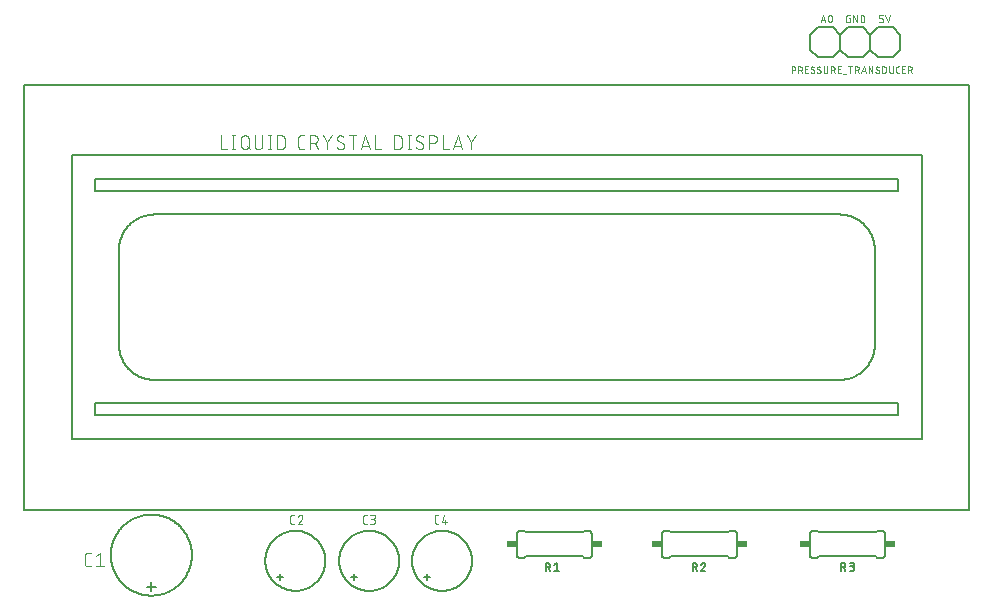
<source format=gbr>
G04 EAGLE Gerber RS-274X export*
G75*
%MOMM*%
%FSLAX34Y34*%
%LPD*%
%INSilkscreen Top*%
%IPPOS*%
%AMOC8*
5,1,8,0,0,1.08239X$1,22.5*%
G01*
%ADD10C,0.050800*%
%ADD11C,0.101600*%
%ADD12C,0.152400*%
%ADD13C,0.076200*%
%ADD14C,0.127000*%
%ADD15R,0.863600X0.609600*%


D10*
X739253Y493014D02*
X741200Y493014D01*
X741270Y493016D01*
X741340Y493022D01*
X741410Y493031D01*
X741479Y493044D01*
X741547Y493061D01*
X741614Y493082D01*
X741680Y493106D01*
X741745Y493134D01*
X741808Y493165D01*
X741869Y493200D01*
X741928Y493238D01*
X741986Y493279D01*
X742040Y493323D01*
X742093Y493370D01*
X742142Y493419D01*
X742189Y493472D01*
X742233Y493526D01*
X742274Y493584D01*
X742312Y493643D01*
X742347Y493704D01*
X742378Y493767D01*
X742406Y493832D01*
X742430Y493898D01*
X742451Y493965D01*
X742468Y494033D01*
X742481Y494102D01*
X742490Y494172D01*
X742496Y494242D01*
X742498Y494312D01*
X742498Y494961D01*
X742496Y495031D01*
X742490Y495101D01*
X742481Y495171D01*
X742468Y495240D01*
X742451Y495308D01*
X742430Y495375D01*
X742406Y495441D01*
X742378Y495506D01*
X742347Y495569D01*
X742312Y495630D01*
X742274Y495689D01*
X742233Y495747D01*
X742189Y495801D01*
X742142Y495854D01*
X742093Y495903D01*
X742040Y495950D01*
X741986Y495994D01*
X741928Y496035D01*
X741869Y496073D01*
X741808Y496108D01*
X741745Y496139D01*
X741680Y496167D01*
X741614Y496191D01*
X741547Y496212D01*
X741479Y496229D01*
X741410Y496242D01*
X741340Y496251D01*
X741270Y496257D01*
X741200Y496259D01*
X741200Y496260D02*
X739253Y496260D01*
X739253Y498856D01*
X742498Y498856D01*
X744643Y498856D02*
X746591Y493014D01*
X748538Y498856D01*
X714756Y496260D02*
X713782Y496260D01*
X714756Y496260D02*
X714756Y493014D01*
X712809Y493014D01*
X712739Y493016D01*
X712669Y493022D01*
X712599Y493031D01*
X712530Y493044D01*
X712462Y493061D01*
X712395Y493082D01*
X712329Y493106D01*
X712264Y493134D01*
X712201Y493165D01*
X712140Y493200D01*
X712081Y493238D01*
X712023Y493279D01*
X711969Y493323D01*
X711916Y493370D01*
X711867Y493419D01*
X711820Y493472D01*
X711776Y493526D01*
X711735Y493584D01*
X711697Y493643D01*
X711662Y493704D01*
X711631Y493767D01*
X711603Y493832D01*
X711579Y493898D01*
X711558Y493965D01*
X711541Y494033D01*
X711528Y494102D01*
X711519Y494172D01*
X711513Y494242D01*
X711511Y494312D01*
X711511Y497558D01*
X711513Y497628D01*
X711519Y497698D01*
X711528Y497768D01*
X711541Y497837D01*
X711558Y497905D01*
X711579Y497972D01*
X711603Y498038D01*
X711631Y498103D01*
X711662Y498166D01*
X711697Y498227D01*
X711735Y498286D01*
X711776Y498344D01*
X711820Y498398D01*
X711867Y498451D01*
X711916Y498500D01*
X711969Y498547D01*
X712023Y498591D01*
X712081Y498632D01*
X712140Y498670D01*
X712201Y498705D01*
X712264Y498736D01*
X712329Y498764D01*
X712395Y498788D01*
X712462Y498809D01*
X712530Y498826D01*
X712599Y498839D01*
X712669Y498848D01*
X712739Y498854D01*
X712809Y498856D01*
X714756Y498856D01*
X717607Y498856D02*
X717607Y493014D01*
X720852Y493014D02*
X717607Y498856D01*
X720852Y498856D02*
X720852Y493014D01*
X723702Y493014D02*
X723702Y498856D01*
X725325Y498856D01*
X725405Y498854D01*
X725484Y498848D01*
X725563Y498838D01*
X725642Y498825D01*
X725719Y498807D01*
X725796Y498786D01*
X725872Y498761D01*
X725946Y498732D01*
X726019Y498700D01*
X726090Y498664D01*
X726159Y498625D01*
X726227Y498582D01*
X726292Y498537D01*
X726355Y498488D01*
X726415Y498436D01*
X726473Y498381D01*
X726528Y498323D01*
X726580Y498263D01*
X726629Y498200D01*
X726674Y498135D01*
X726717Y498067D01*
X726756Y497998D01*
X726792Y497927D01*
X726824Y497854D01*
X726853Y497780D01*
X726878Y497704D01*
X726899Y497627D01*
X726917Y497550D01*
X726930Y497471D01*
X726940Y497392D01*
X726946Y497313D01*
X726948Y497233D01*
X726948Y494637D01*
X726946Y494557D01*
X726940Y494478D01*
X726930Y494399D01*
X726917Y494320D01*
X726899Y494243D01*
X726878Y494166D01*
X726853Y494090D01*
X726824Y494016D01*
X726792Y493943D01*
X726756Y493872D01*
X726717Y493803D01*
X726674Y493735D01*
X726629Y493670D01*
X726580Y493607D01*
X726528Y493547D01*
X726473Y493489D01*
X726415Y493434D01*
X726355Y493382D01*
X726292Y493333D01*
X726227Y493288D01*
X726159Y493245D01*
X726090Y493206D01*
X726019Y493170D01*
X725946Y493138D01*
X725872Y493109D01*
X725796Y493084D01*
X725719Y493063D01*
X725642Y493045D01*
X725563Y493032D01*
X725484Y493022D01*
X725405Y493016D01*
X725325Y493014D01*
X723702Y493014D01*
X691924Y499110D02*
X689977Y493268D01*
X693872Y493268D02*
X691924Y499110D01*
X690464Y494729D02*
X693385Y494729D01*
X696016Y494891D02*
X696016Y497487D01*
X696018Y497567D01*
X696024Y497646D01*
X696034Y497725D01*
X696047Y497804D01*
X696065Y497881D01*
X696086Y497958D01*
X696111Y498034D01*
X696140Y498108D01*
X696172Y498181D01*
X696208Y498252D01*
X696247Y498321D01*
X696290Y498389D01*
X696335Y498454D01*
X696384Y498517D01*
X696436Y498577D01*
X696491Y498635D01*
X696549Y498690D01*
X696609Y498742D01*
X696672Y498791D01*
X696737Y498836D01*
X696805Y498879D01*
X696874Y498918D01*
X696945Y498954D01*
X697018Y498986D01*
X697092Y499015D01*
X697168Y499040D01*
X697245Y499061D01*
X697322Y499079D01*
X697401Y499092D01*
X697480Y499102D01*
X697559Y499108D01*
X697639Y499110D01*
X697719Y499108D01*
X697798Y499102D01*
X697877Y499092D01*
X697956Y499079D01*
X698033Y499061D01*
X698110Y499040D01*
X698186Y499015D01*
X698260Y498986D01*
X698333Y498954D01*
X698404Y498918D01*
X698473Y498879D01*
X698541Y498836D01*
X698606Y498791D01*
X698669Y498742D01*
X698729Y498690D01*
X698787Y498635D01*
X698842Y498577D01*
X698894Y498517D01*
X698943Y498454D01*
X698988Y498389D01*
X699031Y498321D01*
X699070Y498252D01*
X699106Y498181D01*
X699138Y498108D01*
X699167Y498034D01*
X699192Y497958D01*
X699213Y497881D01*
X699231Y497804D01*
X699244Y497725D01*
X699254Y497646D01*
X699260Y497567D01*
X699262Y497487D01*
X699262Y494891D01*
X699260Y494811D01*
X699254Y494732D01*
X699244Y494653D01*
X699231Y494574D01*
X699213Y494497D01*
X699192Y494420D01*
X699167Y494344D01*
X699138Y494270D01*
X699106Y494197D01*
X699070Y494126D01*
X699031Y494057D01*
X698988Y493989D01*
X698943Y493924D01*
X698894Y493861D01*
X698842Y493801D01*
X698787Y493743D01*
X698729Y493688D01*
X698669Y493636D01*
X698606Y493587D01*
X698541Y493542D01*
X698473Y493499D01*
X698404Y493460D01*
X698333Y493424D01*
X698260Y493392D01*
X698186Y493363D01*
X698110Y493338D01*
X698033Y493317D01*
X697956Y493299D01*
X697877Y493286D01*
X697798Y493276D01*
X697719Y493270D01*
X697639Y493268D01*
X697559Y493270D01*
X697480Y493276D01*
X697401Y493286D01*
X697322Y493299D01*
X697245Y493317D01*
X697168Y493338D01*
X697092Y493363D01*
X697018Y493392D01*
X696945Y493424D01*
X696874Y493460D01*
X696805Y493499D01*
X696737Y493542D01*
X696672Y493587D01*
X696609Y493636D01*
X696549Y493688D01*
X696491Y493743D01*
X696436Y493801D01*
X696384Y493861D01*
X696335Y493924D01*
X696290Y493989D01*
X696247Y494057D01*
X696208Y494126D01*
X696172Y494197D01*
X696140Y494270D01*
X696111Y494344D01*
X696086Y494420D01*
X696065Y494497D01*
X696047Y494574D01*
X696034Y494653D01*
X696024Y494732D01*
X696018Y494811D01*
X696016Y494891D01*
D11*
X182113Y397256D02*
X182113Y385572D01*
X187306Y385572D01*
X192575Y385572D02*
X192575Y397256D01*
X191276Y385572D02*
X193873Y385572D01*
X193873Y397256D02*
X191276Y397256D01*
X199140Y394010D02*
X199140Y388818D01*
X199140Y394010D02*
X199142Y394123D01*
X199148Y394236D01*
X199158Y394349D01*
X199172Y394462D01*
X199189Y394574D01*
X199211Y394685D01*
X199236Y394795D01*
X199266Y394905D01*
X199299Y395013D01*
X199336Y395120D01*
X199376Y395226D01*
X199421Y395330D01*
X199469Y395433D01*
X199520Y395534D01*
X199575Y395633D01*
X199633Y395730D01*
X199695Y395825D01*
X199760Y395918D01*
X199828Y396008D01*
X199899Y396096D01*
X199974Y396182D01*
X200051Y396265D01*
X200131Y396345D01*
X200214Y396422D01*
X200300Y396497D01*
X200388Y396568D01*
X200478Y396636D01*
X200571Y396701D01*
X200666Y396763D01*
X200763Y396821D01*
X200862Y396876D01*
X200963Y396927D01*
X201066Y396975D01*
X201170Y397020D01*
X201276Y397060D01*
X201383Y397097D01*
X201491Y397130D01*
X201601Y397160D01*
X201711Y397185D01*
X201822Y397207D01*
X201934Y397224D01*
X202047Y397238D01*
X202160Y397248D01*
X202273Y397254D01*
X202386Y397256D01*
X202499Y397254D01*
X202612Y397248D01*
X202725Y397238D01*
X202838Y397224D01*
X202950Y397207D01*
X203061Y397185D01*
X203171Y397160D01*
X203281Y397130D01*
X203389Y397097D01*
X203496Y397060D01*
X203602Y397020D01*
X203706Y396975D01*
X203809Y396927D01*
X203910Y396876D01*
X204009Y396821D01*
X204106Y396763D01*
X204201Y396701D01*
X204294Y396636D01*
X204384Y396568D01*
X204472Y396497D01*
X204558Y396422D01*
X204641Y396345D01*
X204721Y396265D01*
X204798Y396182D01*
X204873Y396096D01*
X204944Y396008D01*
X205012Y395918D01*
X205077Y395825D01*
X205139Y395730D01*
X205197Y395633D01*
X205252Y395534D01*
X205303Y395433D01*
X205351Y395330D01*
X205396Y395226D01*
X205436Y395120D01*
X205473Y395013D01*
X205506Y394905D01*
X205536Y394795D01*
X205561Y394685D01*
X205583Y394574D01*
X205600Y394462D01*
X205614Y394349D01*
X205624Y394236D01*
X205630Y394123D01*
X205632Y394010D01*
X205631Y394010D02*
X205631Y388818D01*
X205632Y388818D02*
X205630Y388705D01*
X205624Y388592D01*
X205614Y388479D01*
X205600Y388366D01*
X205583Y388254D01*
X205561Y388143D01*
X205536Y388033D01*
X205506Y387923D01*
X205473Y387815D01*
X205436Y387708D01*
X205396Y387602D01*
X205351Y387498D01*
X205303Y387395D01*
X205252Y387294D01*
X205197Y387195D01*
X205139Y387098D01*
X205077Y387003D01*
X205012Y386910D01*
X204944Y386820D01*
X204873Y386732D01*
X204798Y386646D01*
X204721Y386563D01*
X204641Y386483D01*
X204558Y386406D01*
X204472Y386331D01*
X204384Y386260D01*
X204294Y386192D01*
X204201Y386127D01*
X204106Y386065D01*
X204009Y386007D01*
X203910Y385952D01*
X203809Y385901D01*
X203706Y385853D01*
X203602Y385808D01*
X203496Y385768D01*
X203389Y385731D01*
X203281Y385698D01*
X203171Y385668D01*
X203061Y385643D01*
X202950Y385621D01*
X202838Y385604D01*
X202725Y385590D01*
X202612Y385580D01*
X202499Y385574D01*
X202386Y385572D01*
X202273Y385574D01*
X202160Y385580D01*
X202047Y385590D01*
X201934Y385604D01*
X201822Y385621D01*
X201711Y385643D01*
X201601Y385668D01*
X201491Y385698D01*
X201383Y385731D01*
X201276Y385768D01*
X201170Y385808D01*
X201066Y385853D01*
X200963Y385901D01*
X200862Y385952D01*
X200763Y386007D01*
X200666Y386065D01*
X200571Y386127D01*
X200478Y386192D01*
X200388Y386260D01*
X200300Y386331D01*
X200214Y386406D01*
X200131Y386483D01*
X200051Y386563D01*
X199974Y386646D01*
X199899Y386732D01*
X199828Y386820D01*
X199760Y386910D01*
X199695Y387003D01*
X199633Y387098D01*
X199575Y387195D01*
X199520Y387294D01*
X199469Y387395D01*
X199421Y387498D01*
X199376Y387602D01*
X199336Y387708D01*
X199299Y387815D01*
X199266Y387923D01*
X199236Y388033D01*
X199211Y388143D01*
X199189Y388254D01*
X199172Y388366D01*
X199158Y388479D01*
X199148Y388592D01*
X199142Y388705D01*
X199140Y388818D01*
X204333Y388168D02*
X206929Y385572D01*
X210665Y388818D02*
X210665Y397256D01*
X210665Y388818D02*
X210667Y388705D01*
X210673Y388592D01*
X210683Y388479D01*
X210697Y388366D01*
X210714Y388254D01*
X210736Y388143D01*
X210761Y388033D01*
X210791Y387923D01*
X210824Y387815D01*
X210861Y387708D01*
X210901Y387602D01*
X210946Y387498D01*
X210994Y387395D01*
X211045Y387294D01*
X211100Y387195D01*
X211158Y387098D01*
X211220Y387003D01*
X211285Y386910D01*
X211353Y386820D01*
X211424Y386732D01*
X211499Y386646D01*
X211576Y386563D01*
X211656Y386483D01*
X211739Y386406D01*
X211825Y386331D01*
X211913Y386260D01*
X212003Y386192D01*
X212096Y386127D01*
X212191Y386065D01*
X212288Y386007D01*
X212387Y385952D01*
X212488Y385901D01*
X212591Y385853D01*
X212695Y385808D01*
X212801Y385768D01*
X212908Y385731D01*
X213016Y385698D01*
X213126Y385668D01*
X213236Y385643D01*
X213347Y385621D01*
X213459Y385604D01*
X213572Y385590D01*
X213685Y385580D01*
X213798Y385574D01*
X213911Y385572D01*
X214024Y385574D01*
X214137Y385580D01*
X214250Y385590D01*
X214363Y385604D01*
X214475Y385621D01*
X214586Y385643D01*
X214696Y385668D01*
X214806Y385698D01*
X214914Y385731D01*
X215021Y385768D01*
X215127Y385808D01*
X215231Y385853D01*
X215334Y385901D01*
X215435Y385952D01*
X215534Y386007D01*
X215631Y386065D01*
X215726Y386127D01*
X215819Y386192D01*
X215909Y386260D01*
X215997Y386331D01*
X216083Y386406D01*
X216166Y386483D01*
X216246Y386563D01*
X216323Y386646D01*
X216398Y386732D01*
X216469Y386820D01*
X216537Y386910D01*
X216602Y387003D01*
X216664Y387098D01*
X216722Y387195D01*
X216777Y387294D01*
X216828Y387395D01*
X216876Y387498D01*
X216921Y387602D01*
X216961Y387708D01*
X216998Y387815D01*
X217031Y387923D01*
X217061Y388033D01*
X217086Y388143D01*
X217108Y388254D01*
X217125Y388366D01*
X217139Y388479D01*
X217149Y388592D01*
X217155Y388705D01*
X217157Y388818D01*
X217156Y388818D02*
X217156Y397256D01*
X223436Y397256D02*
X223436Y385572D01*
X224734Y385572D02*
X222137Y385572D01*
X222137Y397256D02*
X224734Y397256D01*
X229715Y397256D02*
X229715Y385572D01*
X229715Y397256D02*
X232961Y397256D01*
X233074Y397254D01*
X233187Y397248D01*
X233300Y397238D01*
X233413Y397224D01*
X233525Y397207D01*
X233636Y397185D01*
X233746Y397160D01*
X233856Y397130D01*
X233964Y397097D01*
X234071Y397060D01*
X234177Y397020D01*
X234281Y396975D01*
X234384Y396927D01*
X234485Y396876D01*
X234584Y396821D01*
X234681Y396763D01*
X234776Y396701D01*
X234869Y396636D01*
X234959Y396568D01*
X235047Y396497D01*
X235133Y396422D01*
X235216Y396345D01*
X235296Y396265D01*
X235373Y396182D01*
X235448Y396096D01*
X235519Y396008D01*
X235587Y395918D01*
X235652Y395825D01*
X235714Y395730D01*
X235772Y395633D01*
X235827Y395534D01*
X235878Y395433D01*
X235926Y395330D01*
X235971Y395226D01*
X236011Y395120D01*
X236048Y395013D01*
X236081Y394905D01*
X236111Y394795D01*
X236136Y394685D01*
X236158Y394574D01*
X236175Y394462D01*
X236189Y394349D01*
X236199Y394236D01*
X236205Y394123D01*
X236207Y394010D01*
X236206Y394010D02*
X236206Y388818D01*
X236207Y388818D02*
X236205Y388705D01*
X236199Y388592D01*
X236189Y388479D01*
X236175Y388366D01*
X236158Y388254D01*
X236136Y388143D01*
X236111Y388033D01*
X236081Y387923D01*
X236048Y387815D01*
X236011Y387708D01*
X235971Y387602D01*
X235926Y387498D01*
X235878Y387395D01*
X235827Y387294D01*
X235772Y387195D01*
X235714Y387098D01*
X235652Y387003D01*
X235587Y386910D01*
X235519Y386820D01*
X235448Y386732D01*
X235373Y386646D01*
X235296Y386563D01*
X235216Y386483D01*
X235133Y386406D01*
X235047Y386331D01*
X234959Y386260D01*
X234869Y386192D01*
X234776Y386127D01*
X234681Y386065D01*
X234584Y386007D01*
X234485Y385952D01*
X234384Y385901D01*
X234281Y385853D01*
X234177Y385808D01*
X234071Y385768D01*
X233964Y385731D01*
X233856Y385698D01*
X233746Y385668D01*
X233636Y385643D01*
X233525Y385621D01*
X233413Y385604D01*
X233300Y385590D01*
X233187Y385580D01*
X233074Y385574D01*
X232961Y385572D01*
X229715Y385572D01*
X250185Y385572D02*
X252782Y385572D01*
X250185Y385572D02*
X250086Y385574D01*
X249986Y385580D01*
X249887Y385589D01*
X249789Y385602D01*
X249691Y385619D01*
X249593Y385640D01*
X249497Y385665D01*
X249402Y385693D01*
X249308Y385725D01*
X249215Y385760D01*
X249123Y385799D01*
X249033Y385842D01*
X248945Y385887D01*
X248858Y385937D01*
X248774Y385989D01*
X248691Y386045D01*
X248611Y386103D01*
X248533Y386165D01*
X248458Y386230D01*
X248385Y386298D01*
X248315Y386368D01*
X248247Y386441D01*
X248182Y386516D01*
X248120Y386594D01*
X248062Y386674D01*
X248006Y386757D01*
X247954Y386841D01*
X247904Y386928D01*
X247859Y387016D01*
X247816Y387106D01*
X247777Y387198D01*
X247742Y387291D01*
X247710Y387385D01*
X247682Y387480D01*
X247657Y387576D01*
X247636Y387674D01*
X247619Y387772D01*
X247606Y387870D01*
X247597Y387969D01*
X247591Y388069D01*
X247589Y388168D01*
X247589Y394660D01*
X247591Y394759D01*
X247597Y394859D01*
X247606Y394958D01*
X247619Y395056D01*
X247636Y395154D01*
X247657Y395252D01*
X247682Y395348D01*
X247710Y395443D01*
X247742Y395537D01*
X247777Y395630D01*
X247816Y395722D01*
X247859Y395812D01*
X247904Y395900D01*
X247954Y395987D01*
X248006Y396071D01*
X248062Y396154D01*
X248120Y396234D01*
X248182Y396312D01*
X248247Y396387D01*
X248315Y396460D01*
X248385Y396530D01*
X248458Y396598D01*
X248533Y396663D01*
X248611Y396725D01*
X248691Y396783D01*
X248774Y396839D01*
X248858Y396891D01*
X248945Y396941D01*
X249033Y396986D01*
X249123Y397029D01*
X249215Y397068D01*
X249307Y397103D01*
X249402Y397135D01*
X249497Y397163D01*
X249593Y397188D01*
X249691Y397209D01*
X249789Y397226D01*
X249887Y397239D01*
X249986Y397248D01*
X250086Y397254D01*
X250185Y397256D01*
X252782Y397256D01*
X257602Y397256D02*
X257602Y385572D01*
X257602Y397256D02*
X260847Y397256D01*
X260960Y397254D01*
X261073Y397248D01*
X261186Y397238D01*
X261299Y397224D01*
X261411Y397207D01*
X261522Y397185D01*
X261632Y397160D01*
X261742Y397130D01*
X261850Y397097D01*
X261957Y397060D01*
X262063Y397020D01*
X262167Y396975D01*
X262270Y396927D01*
X262371Y396876D01*
X262470Y396821D01*
X262567Y396763D01*
X262662Y396701D01*
X262755Y396636D01*
X262845Y396568D01*
X262933Y396497D01*
X263019Y396422D01*
X263102Y396345D01*
X263182Y396265D01*
X263259Y396182D01*
X263334Y396096D01*
X263405Y396008D01*
X263473Y395918D01*
X263538Y395825D01*
X263600Y395730D01*
X263658Y395633D01*
X263713Y395534D01*
X263764Y395433D01*
X263812Y395330D01*
X263857Y395226D01*
X263897Y395120D01*
X263934Y395013D01*
X263967Y394905D01*
X263997Y394795D01*
X264022Y394685D01*
X264044Y394574D01*
X264061Y394462D01*
X264075Y394349D01*
X264085Y394236D01*
X264091Y394123D01*
X264093Y394010D01*
X264091Y393897D01*
X264085Y393784D01*
X264075Y393671D01*
X264061Y393558D01*
X264044Y393446D01*
X264022Y393335D01*
X263997Y393225D01*
X263967Y393115D01*
X263934Y393007D01*
X263897Y392900D01*
X263857Y392794D01*
X263812Y392690D01*
X263764Y392587D01*
X263713Y392486D01*
X263658Y392387D01*
X263600Y392290D01*
X263538Y392195D01*
X263473Y392102D01*
X263405Y392012D01*
X263334Y391924D01*
X263259Y391838D01*
X263182Y391755D01*
X263102Y391675D01*
X263019Y391598D01*
X262933Y391523D01*
X262845Y391452D01*
X262755Y391384D01*
X262662Y391319D01*
X262567Y391257D01*
X262470Y391199D01*
X262371Y391144D01*
X262270Y391093D01*
X262167Y391045D01*
X262063Y391000D01*
X261957Y390960D01*
X261850Y390923D01*
X261742Y390890D01*
X261632Y390860D01*
X261522Y390835D01*
X261411Y390813D01*
X261299Y390796D01*
X261186Y390782D01*
X261073Y390772D01*
X260960Y390766D01*
X260847Y390764D01*
X260847Y390765D02*
X257602Y390765D01*
X261496Y390765D02*
X264093Y385572D01*
X272204Y391739D02*
X268309Y397256D01*
X272204Y391739D02*
X276098Y397256D01*
X272204Y391739D02*
X272204Y385572D01*
X283902Y385572D02*
X284001Y385574D01*
X284101Y385580D01*
X284200Y385589D01*
X284298Y385602D01*
X284396Y385619D01*
X284494Y385640D01*
X284590Y385665D01*
X284685Y385693D01*
X284779Y385725D01*
X284872Y385760D01*
X284964Y385799D01*
X285054Y385842D01*
X285142Y385887D01*
X285229Y385937D01*
X285313Y385989D01*
X285396Y386045D01*
X285476Y386103D01*
X285554Y386165D01*
X285629Y386230D01*
X285702Y386298D01*
X285772Y386368D01*
X285840Y386441D01*
X285905Y386516D01*
X285967Y386594D01*
X286025Y386674D01*
X286081Y386757D01*
X286133Y386841D01*
X286183Y386928D01*
X286228Y387016D01*
X286271Y387106D01*
X286310Y387198D01*
X286345Y387291D01*
X286377Y387385D01*
X286405Y387480D01*
X286430Y387576D01*
X286451Y387674D01*
X286468Y387772D01*
X286481Y387870D01*
X286490Y387969D01*
X286496Y388069D01*
X286498Y388168D01*
X283902Y385572D02*
X283758Y385574D01*
X283613Y385580D01*
X283469Y385589D01*
X283326Y385602D01*
X283182Y385619D01*
X283039Y385640D01*
X282897Y385665D01*
X282756Y385693D01*
X282615Y385725D01*
X282475Y385761D01*
X282336Y385800D01*
X282198Y385843D01*
X282062Y385890D01*
X281926Y385940D01*
X281792Y385994D01*
X281660Y386051D01*
X281529Y386112D01*
X281400Y386176D01*
X281272Y386244D01*
X281146Y386314D01*
X281022Y386389D01*
X280901Y386466D01*
X280781Y386547D01*
X280663Y386630D01*
X280548Y386717D01*
X280435Y386807D01*
X280324Y386900D01*
X280216Y386995D01*
X280110Y387094D01*
X280007Y387195D01*
X280332Y394660D02*
X280334Y394759D01*
X280340Y394859D01*
X280349Y394958D01*
X280362Y395056D01*
X280379Y395154D01*
X280400Y395252D01*
X280425Y395348D01*
X280453Y395443D01*
X280485Y395537D01*
X280520Y395630D01*
X280559Y395722D01*
X280602Y395812D01*
X280647Y395900D01*
X280697Y395987D01*
X280749Y396071D01*
X280805Y396154D01*
X280863Y396234D01*
X280925Y396312D01*
X280990Y396387D01*
X281058Y396460D01*
X281128Y396530D01*
X281201Y396598D01*
X281276Y396663D01*
X281354Y396725D01*
X281434Y396783D01*
X281517Y396839D01*
X281601Y396891D01*
X281688Y396941D01*
X281776Y396986D01*
X281866Y397029D01*
X281958Y397068D01*
X282051Y397103D01*
X282145Y397135D01*
X282240Y397163D01*
X282337Y397188D01*
X282434Y397209D01*
X282532Y397226D01*
X282630Y397239D01*
X282729Y397248D01*
X282829Y397254D01*
X282928Y397256D01*
X283064Y397254D01*
X283200Y397248D01*
X283336Y397239D01*
X283472Y397226D01*
X283607Y397208D01*
X283741Y397188D01*
X283875Y397163D01*
X284009Y397135D01*
X284141Y397102D01*
X284272Y397067D01*
X284403Y397027D01*
X284532Y396984D01*
X284660Y396938D01*
X284786Y396887D01*
X284912Y396834D01*
X285035Y396776D01*
X285157Y396716D01*
X285277Y396652D01*
X285396Y396584D01*
X285512Y396514D01*
X285626Y396440D01*
X285739Y396363D01*
X285849Y396282D01*
X281629Y392388D02*
X281543Y392441D01*
X281459Y392498D01*
X281377Y392557D01*
X281297Y392620D01*
X281220Y392686D01*
X281145Y392754D01*
X281073Y392826D01*
X281004Y392900D01*
X280938Y392977D01*
X280875Y393056D01*
X280815Y393138D01*
X280758Y393222D01*
X280704Y393308D01*
X280654Y393396D01*
X280607Y393486D01*
X280563Y393577D01*
X280524Y393671D01*
X280487Y393765D01*
X280455Y393861D01*
X280426Y393959D01*
X280401Y394057D01*
X280380Y394156D01*
X280362Y394256D01*
X280349Y394356D01*
X280339Y394457D01*
X280333Y394559D01*
X280331Y394660D01*
X285200Y390440D02*
X285286Y390387D01*
X285370Y390330D01*
X285452Y390271D01*
X285532Y390208D01*
X285609Y390142D01*
X285684Y390074D01*
X285756Y390002D01*
X285825Y389928D01*
X285891Y389851D01*
X285954Y389772D01*
X286014Y389690D01*
X286071Y389606D01*
X286125Y389520D01*
X286175Y389432D01*
X286222Y389342D01*
X286266Y389251D01*
X286305Y389157D01*
X286342Y389063D01*
X286374Y388967D01*
X286403Y388869D01*
X286428Y388771D01*
X286449Y388672D01*
X286467Y388572D01*
X286480Y388472D01*
X286490Y388371D01*
X286496Y388269D01*
X286498Y388168D01*
X285200Y390440D02*
X281630Y392388D01*
X293539Y397256D02*
X293539Y385572D01*
X290294Y397256D02*
X296785Y397256D01*
X304207Y397256D02*
X300313Y385572D01*
X308102Y385572D02*
X304207Y397256D01*
X307128Y388493D02*
X301286Y388493D01*
X312795Y385572D02*
X312795Y397256D01*
X312795Y385572D02*
X317988Y385572D01*
X328775Y385572D02*
X328775Y397256D01*
X332020Y397256D01*
X332133Y397254D01*
X332246Y397248D01*
X332359Y397238D01*
X332472Y397224D01*
X332584Y397207D01*
X332695Y397185D01*
X332805Y397160D01*
X332915Y397130D01*
X333023Y397097D01*
X333130Y397060D01*
X333236Y397020D01*
X333340Y396975D01*
X333443Y396927D01*
X333544Y396876D01*
X333643Y396821D01*
X333740Y396763D01*
X333835Y396701D01*
X333928Y396636D01*
X334018Y396568D01*
X334106Y396497D01*
X334192Y396422D01*
X334275Y396345D01*
X334355Y396265D01*
X334432Y396182D01*
X334507Y396096D01*
X334578Y396008D01*
X334646Y395918D01*
X334711Y395825D01*
X334773Y395730D01*
X334831Y395633D01*
X334886Y395534D01*
X334937Y395433D01*
X334985Y395330D01*
X335030Y395226D01*
X335070Y395120D01*
X335107Y395013D01*
X335140Y394905D01*
X335170Y394795D01*
X335195Y394685D01*
X335217Y394574D01*
X335234Y394462D01*
X335248Y394349D01*
X335258Y394236D01*
X335264Y394123D01*
X335266Y394010D01*
X335266Y388818D01*
X335264Y388705D01*
X335258Y388592D01*
X335248Y388479D01*
X335234Y388366D01*
X335217Y388254D01*
X335195Y388143D01*
X335170Y388033D01*
X335140Y387923D01*
X335107Y387815D01*
X335070Y387708D01*
X335030Y387602D01*
X334985Y387498D01*
X334937Y387395D01*
X334886Y387294D01*
X334831Y387195D01*
X334773Y387098D01*
X334711Y387003D01*
X334646Y386910D01*
X334578Y386820D01*
X334507Y386732D01*
X334432Y386646D01*
X334355Y386563D01*
X334275Y386483D01*
X334192Y386406D01*
X334106Y386331D01*
X334018Y386260D01*
X333928Y386192D01*
X333835Y386127D01*
X333740Y386065D01*
X333643Y386007D01*
X333544Y385952D01*
X333443Y385901D01*
X333340Y385853D01*
X333236Y385808D01*
X333130Y385768D01*
X333023Y385731D01*
X332915Y385698D01*
X332805Y385668D01*
X332695Y385643D01*
X332584Y385621D01*
X332472Y385604D01*
X332359Y385590D01*
X332246Y385580D01*
X332133Y385574D01*
X332020Y385572D01*
X328775Y385572D01*
X341545Y385572D02*
X341545Y397256D01*
X340247Y385572D02*
X342844Y385572D01*
X342844Y397256D02*
X340247Y397256D01*
X350958Y385572D02*
X351057Y385574D01*
X351157Y385580D01*
X351256Y385589D01*
X351354Y385602D01*
X351452Y385619D01*
X351550Y385640D01*
X351646Y385665D01*
X351741Y385693D01*
X351835Y385725D01*
X351928Y385760D01*
X352020Y385799D01*
X352110Y385842D01*
X352198Y385887D01*
X352285Y385937D01*
X352369Y385989D01*
X352452Y386045D01*
X352532Y386103D01*
X352610Y386165D01*
X352685Y386230D01*
X352758Y386298D01*
X352828Y386368D01*
X352896Y386441D01*
X352961Y386516D01*
X353023Y386594D01*
X353081Y386674D01*
X353137Y386757D01*
X353189Y386841D01*
X353239Y386928D01*
X353284Y387016D01*
X353327Y387106D01*
X353366Y387198D01*
X353401Y387291D01*
X353433Y387385D01*
X353461Y387480D01*
X353486Y387576D01*
X353507Y387674D01*
X353524Y387772D01*
X353537Y387870D01*
X353546Y387969D01*
X353552Y388069D01*
X353554Y388168D01*
X350958Y385572D02*
X350814Y385574D01*
X350669Y385580D01*
X350525Y385589D01*
X350382Y385602D01*
X350238Y385619D01*
X350095Y385640D01*
X349953Y385665D01*
X349812Y385693D01*
X349671Y385725D01*
X349531Y385761D01*
X349392Y385800D01*
X349254Y385843D01*
X349118Y385890D01*
X348982Y385940D01*
X348848Y385994D01*
X348716Y386051D01*
X348585Y386112D01*
X348456Y386176D01*
X348328Y386244D01*
X348202Y386314D01*
X348078Y386389D01*
X347957Y386466D01*
X347837Y386547D01*
X347719Y386630D01*
X347604Y386717D01*
X347491Y386807D01*
X347380Y386900D01*
X347272Y386995D01*
X347166Y387094D01*
X347063Y387195D01*
X347388Y394660D02*
X347390Y394759D01*
X347396Y394859D01*
X347405Y394958D01*
X347418Y395056D01*
X347435Y395154D01*
X347456Y395252D01*
X347481Y395348D01*
X347509Y395443D01*
X347541Y395537D01*
X347576Y395630D01*
X347615Y395722D01*
X347658Y395812D01*
X347703Y395900D01*
X347753Y395987D01*
X347805Y396071D01*
X347861Y396154D01*
X347919Y396234D01*
X347981Y396312D01*
X348046Y396387D01*
X348114Y396460D01*
X348184Y396530D01*
X348257Y396598D01*
X348332Y396663D01*
X348410Y396725D01*
X348490Y396783D01*
X348573Y396839D01*
X348657Y396891D01*
X348744Y396941D01*
X348832Y396986D01*
X348922Y397029D01*
X349014Y397068D01*
X349107Y397103D01*
X349201Y397135D01*
X349296Y397163D01*
X349393Y397188D01*
X349490Y397209D01*
X349588Y397226D01*
X349686Y397239D01*
X349785Y397248D01*
X349885Y397254D01*
X349984Y397256D01*
X350120Y397254D01*
X350256Y397248D01*
X350392Y397239D01*
X350528Y397226D01*
X350663Y397208D01*
X350797Y397188D01*
X350931Y397163D01*
X351065Y397135D01*
X351197Y397102D01*
X351328Y397067D01*
X351459Y397027D01*
X351588Y396984D01*
X351716Y396938D01*
X351842Y396887D01*
X351968Y396834D01*
X352091Y396776D01*
X352213Y396716D01*
X352333Y396652D01*
X352452Y396584D01*
X352568Y396514D01*
X352682Y396440D01*
X352795Y396363D01*
X352905Y396282D01*
X348685Y392388D02*
X348599Y392441D01*
X348515Y392498D01*
X348433Y392557D01*
X348353Y392620D01*
X348276Y392686D01*
X348201Y392754D01*
X348129Y392826D01*
X348060Y392900D01*
X347994Y392977D01*
X347931Y393056D01*
X347871Y393138D01*
X347814Y393222D01*
X347760Y393308D01*
X347710Y393396D01*
X347663Y393486D01*
X347619Y393577D01*
X347580Y393671D01*
X347543Y393765D01*
X347511Y393861D01*
X347482Y393959D01*
X347457Y394057D01*
X347436Y394156D01*
X347418Y394256D01*
X347405Y394356D01*
X347395Y394457D01*
X347389Y394559D01*
X347387Y394660D01*
X352256Y390440D02*
X352342Y390387D01*
X352426Y390330D01*
X352508Y390271D01*
X352588Y390208D01*
X352665Y390142D01*
X352740Y390074D01*
X352812Y390002D01*
X352881Y389928D01*
X352947Y389851D01*
X353010Y389772D01*
X353070Y389690D01*
X353127Y389606D01*
X353181Y389520D01*
X353231Y389432D01*
X353278Y389342D01*
X353322Y389251D01*
X353361Y389157D01*
X353398Y389063D01*
X353430Y388967D01*
X353459Y388869D01*
X353484Y388771D01*
X353505Y388672D01*
X353523Y388572D01*
X353536Y388472D01*
X353546Y388371D01*
X353552Y388269D01*
X353554Y388168D01*
X352256Y390440D02*
X348686Y392388D01*
X358662Y397256D02*
X358662Y385572D01*
X358662Y397256D02*
X361908Y397256D01*
X362021Y397254D01*
X362134Y397248D01*
X362247Y397238D01*
X362360Y397224D01*
X362472Y397207D01*
X362583Y397185D01*
X362693Y397160D01*
X362803Y397130D01*
X362911Y397097D01*
X363018Y397060D01*
X363124Y397020D01*
X363228Y396975D01*
X363331Y396927D01*
X363432Y396876D01*
X363531Y396821D01*
X363628Y396763D01*
X363723Y396701D01*
X363816Y396636D01*
X363906Y396568D01*
X363994Y396497D01*
X364080Y396422D01*
X364163Y396345D01*
X364243Y396265D01*
X364320Y396182D01*
X364395Y396096D01*
X364466Y396008D01*
X364534Y395918D01*
X364599Y395825D01*
X364661Y395730D01*
X364719Y395633D01*
X364774Y395534D01*
X364825Y395433D01*
X364873Y395330D01*
X364918Y395226D01*
X364958Y395120D01*
X364995Y395013D01*
X365028Y394905D01*
X365058Y394795D01*
X365083Y394685D01*
X365105Y394574D01*
X365122Y394462D01*
X365136Y394349D01*
X365146Y394236D01*
X365152Y394123D01*
X365154Y394010D01*
X365152Y393897D01*
X365146Y393784D01*
X365136Y393671D01*
X365122Y393558D01*
X365105Y393446D01*
X365083Y393335D01*
X365058Y393225D01*
X365028Y393115D01*
X364995Y393007D01*
X364958Y392900D01*
X364918Y392794D01*
X364873Y392690D01*
X364825Y392587D01*
X364774Y392486D01*
X364719Y392387D01*
X364661Y392290D01*
X364599Y392195D01*
X364534Y392102D01*
X364466Y392012D01*
X364395Y391924D01*
X364320Y391838D01*
X364243Y391755D01*
X364163Y391675D01*
X364080Y391598D01*
X363994Y391523D01*
X363906Y391452D01*
X363816Y391384D01*
X363723Y391319D01*
X363628Y391257D01*
X363531Y391199D01*
X363432Y391144D01*
X363331Y391093D01*
X363228Y391045D01*
X363124Y391000D01*
X363018Y390960D01*
X362911Y390923D01*
X362803Y390890D01*
X362693Y390860D01*
X362583Y390835D01*
X362472Y390813D01*
X362360Y390796D01*
X362247Y390782D01*
X362134Y390772D01*
X362021Y390766D01*
X361908Y390764D01*
X361908Y390765D02*
X358662Y390765D01*
X369945Y385572D02*
X369945Y397256D01*
X369945Y385572D02*
X375138Y385572D01*
X378799Y385572D02*
X382693Y397256D01*
X386588Y385572D01*
X385614Y388493D02*
X379772Y388493D01*
X390229Y397256D02*
X394123Y391739D01*
X398018Y397256D01*
X394123Y391739D02*
X394123Y385572D01*
D12*
X232410Y23114D02*
X232410Y20574D01*
X232410Y23114D02*
X234950Y23114D01*
X232410Y23114D02*
X232410Y25654D01*
X232410Y23114D02*
X229870Y23114D01*
X219710Y37084D02*
X219718Y37707D01*
X219741Y38330D01*
X219779Y38953D01*
X219832Y39574D01*
X219901Y40193D01*
X219985Y40811D01*
X220084Y41426D01*
X220198Y42039D01*
X220327Y42649D01*
X220471Y43256D01*
X220630Y43859D01*
X220804Y44457D01*
X220992Y45052D01*
X221195Y45641D01*
X221412Y46225D01*
X221643Y46804D01*
X221889Y47377D01*
X222149Y47944D01*
X222422Y48504D01*
X222709Y49057D01*
X223010Y49604D01*
X223324Y50142D01*
X223651Y50673D01*
X223991Y51195D01*
X224343Y51710D01*
X224709Y52215D01*
X225086Y52711D01*
X225476Y53198D01*
X225877Y53675D01*
X226290Y54142D01*
X226714Y54598D01*
X227149Y55045D01*
X227596Y55480D01*
X228052Y55904D01*
X228519Y56317D01*
X228996Y56718D01*
X229483Y57108D01*
X229979Y57485D01*
X230484Y57851D01*
X230999Y58203D01*
X231521Y58543D01*
X232052Y58870D01*
X232590Y59184D01*
X233137Y59485D01*
X233690Y59772D01*
X234250Y60045D01*
X234817Y60305D01*
X235390Y60551D01*
X235969Y60782D01*
X236553Y60999D01*
X237142Y61202D01*
X237737Y61390D01*
X238335Y61564D01*
X238938Y61723D01*
X239545Y61867D01*
X240155Y61996D01*
X240768Y62110D01*
X241383Y62209D01*
X242001Y62293D01*
X242620Y62362D01*
X243241Y62415D01*
X243864Y62453D01*
X244487Y62476D01*
X245110Y62484D01*
X245733Y62476D01*
X246356Y62453D01*
X246979Y62415D01*
X247600Y62362D01*
X248219Y62293D01*
X248837Y62209D01*
X249452Y62110D01*
X250065Y61996D01*
X250675Y61867D01*
X251282Y61723D01*
X251885Y61564D01*
X252483Y61390D01*
X253078Y61202D01*
X253667Y60999D01*
X254251Y60782D01*
X254830Y60551D01*
X255403Y60305D01*
X255970Y60045D01*
X256530Y59772D01*
X257083Y59485D01*
X257630Y59184D01*
X258168Y58870D01*
X258699Y58543D01*
X259221Y58203D01*
X259736Y57851D01*
X260241Y57485D01*
X260737Y57108D01*
X261224Y56718D01*
X261701Y56317D01*
X262168Y55904D01*
X262624Y55480D01*
X263071Y55045D01*
X263506Y54598D01*
X263930Y54142D01*
X264343Y53675D01*
X264744Y53198D01*
X265134Y52711D01*
X265511Y52215D01*
X265877Y51710D01*
X266229Y51195D01*
X266569Y50673D01*
X266896Y50142D01*
X267210Y49604D01*
X267511Y49057D01*
X267798Y48504D01*
X268071Y47944D01*
X268331Y47377D01*
X268577Y46804D01*
X268808Y46225D01*
X269025Y45641D01*
X269228Y45052D01*
X269416Y44457D01*
X269590Y43859D01*
X269749Y43256D01*
X269893Y42649D01*
X270022Y42039D01*
X270136Y41426D01*
X270235Y40811D01*
X270319Y40193D01*
X270388Y39574D01*
X270441Y38953D01*
X270479Y38330D01*
X270502Y37707D01*
X270510Y37084D01*
X270502Y36461D01*
X270479Y35838D01*
X270441Y35215D01*
X270388Y34594D01*
X270319Y33975D01*
X270235Y33357D01*
X270136Y32742D01*
X270022Y32129D01*
X269893Y31519D01*
X269749Y30912D01*
X269590Y30309D01*
X269416Y29711D01*
X269228Y29116D01*
X269025Y28527D01*
X268808Y27943D01*
X268577Y27364D01*
X268331Y26791D01*
X268071Y26224D01*
X267798Y25664D01*
X267511Y25111D01*
X267210Y24564D01*
X266896Y24026D01*
X266569Y23495D01*
X266229Y22973D01*
X265877Y22458D01*
X265511Y21953D01*
X265134Y21457D01*
X264744Y20970D01*
X264343Y20493D01*
X263930Y20026D01*
X263506Y19570D01*
X263071Y19123D01*
X262624Y18688D01*
X262168Y18264D01*
X261701Y17851D01*
X261224Y17450D01*
X260737Y17060D01*
X260241Y16683D01*
X259736Y16317D01*
X259221Y15965D01*
X258699Y15625D01*
X258168Y15298D01*
X257630Y14984D01*
X257083Y14683D01*
X256530Y14396D01*
X255970Y14123D01*
X255403Y13863D01*
X254830Y13617D01*
X254251Y13386D01*
X253667Y13169D01*
X253078Y12966D01*
X252483Y12778D01*
X251885Y12604D01*
X251282Y12445D01*
X250675Y12301D01*
X250065Y12172D01*
X249452Y12058D01*
X248837Y11959D01*
X248219Y11875D01*
X247600Y11806D01*
X246979Y11753D01*
X246356Y11715D01*
X245733Y11692D01*
X245110Y11684D01*
X244487Y11692D01*
X243864Y11715D01*
X243241Y11753D01*
X242620Y11806D01*
X242001Y11875D01*
X241383Y11959D01*
X240768Y12058D01*
X240155Y12172D01*
X239545Y12301D01*
X238938Y12445D01*
X238335Y12604D01*
X237737Y12778D01*
X237142Y12966D01*
X236553Y13169D01*
X235969Y13386D01*
X235390Y13617D01*
X234817Y13863D01*
X234250Y14123D01*
X233690Y14396D01*
X233137Y14683D01*
X232590Y14984D01*
X232052Y15298D01*
X231521Y15625D01*
X230999Y15965D01*
X230484Y16317D01*
X229979Y16683D01*
X229483Y17060D01*
X228996Y17450D01*
X228519Y17851D01*
X228052Y18264D01*
X227596Y18688D01*
X227149Y19123D01*
X226714Y19570D01*
X226290Y20026D01*
X225877Y20493D01*
X225476Y20970D01*
X225086Y21457D01*
X224709Y21953D01*
X224343Y22458D01*
X223991Y22973D01*
X223651Y23495D01*
X223324Y24026D01*
X223010Y24564D01*
X222709Y25111D01*
X222422Y25664D01*
X222149Y26224D01*
X221889Y26791D01*
X221643Y27364D01*
X221412Y27943D01*
X221195Y28527D01*
X220992Y29116D01*
X220804Y29711D01*
X220630Y30309D01*
X220471Y30912D01*
X220327Y31519D01*
X220198Y32129D01*
X220084Y32742D01*
X219985Y33357D01*
X219901Y33975D01*
X219832Y34594D01*
X219779Y35215D01*
X219741Y35838D01*
X219718Y36461D01*
X219710Y37084D01*
D13*
X242505Y68453D02*
X244141Y68453D01*
X242505Y68453D02*
X242427Y68455D01*
X242349Y68460D01*
X242272Y68470D01*
X242195Y68483D01*
X242119Y68499D01*
X242044Y68519D01*
X241970Y68543D01*
X241897Y68570D01*
X241825Y68601D01*
X241755Y68635D01*
X241687Y68672D01*
X241620Y68713D01*
X241555Y68757D01*
X241493Y68803D01*
X241433Y68853D01*
X241375Y68905D01*
X241320Y68960D01*
X241268Y69018D01*
X241218Y69078D01*
X241172Y69140D01*
X241128Y69205D01*
X241087Y69272D01*
X241050Y69340D01*
X241016Y69410D01*
X240985Y69482D01*
X240958Y69555D01*
X240934Y69629D01*
X240914Y69704D01*
X240898Y69780D01*
X240885Y69857D01*
X240875Y69934D01*
X240870Y70012D01*
X240868Y70090D01*
X240868Y74182D01*
X240870Y74262D01*
X240876Y74342D01*
X240886Y74422D01*
X240899Y74501D01*
X240917Y74580D01*
X240938Y74657D01*
X240964Y74733D01*
X240993Y74808D01*
X241025Y74882D01*
X241061Y74954D01*
X241101Y75024D01*
X241144Y75091D01*
X241190Y75157D01*
X241240Y75220D01*
X241292Y75281D01*
X241347Y75340D01*
X241406Y75395D01*
X241466Y75447D01*
X241530Y75497D01*
X241596Y75543D01*
X241663Y75586D01*
X241733Y75626D01*
X241805Y75662D01*
X241879Y75694D01*
X241953Y75723D01*
X242030Y75749D01*
X242107Y75770D01*
X242186Y75788D01*
X242265Y75801D01*
X242345Y75811D01*
X242425Y75817D01*
X242505Y75819D01*
X244141Y75819D01*
X249238Y75820D02*
X249323Y75818D01*
X249408Y75812D01*
X249492Y75802D01*
X249576Y75789D01*
X249660Y75771D01*
X249742Y75750D01*
X249823Y75725D01*
X249903Y75696D01*
X249982Y75663D01*
X250059Y75627D01*
X250134Y75587D01*
X250208Y75544D01*
X250279Y75498D01*
X250348Y75448D01*
X250415Y75395D01*
X250479Y75339D01*
X250540Y75280D01*
X250599Y75219D01*
X250655Y75155D01*
X250708Y75088D01*
X250758Y75019D01*
X250804Y74948D01*
X250847Y74874D01*
X250887Y74799D01*
X250923Y74722D01*
X250956Y74643D01*
X250985Y74563D01*
X251010Y74482D01*
X251031Y74400D01*
X251049Y74316D01*
X251062Y74232D01*
X251072Y74148D01*
X251078Y74063D01*
X251080Y73978D01*
X249238Y75819D02*
X249142Y75817D01*
X249046Y75811D01*
X248951Y75801D01*
X248856Y75788D01*
X248761Y75770D01*
X248668Y75749D01*
X248575Y75724D01*
X248484Y75695D01*
X248393Y75663D01*
X248304Y75627D01*
X248217Y75587D01*
X248131Y75544D01*
X248047Y75498D01*
X247965Y75448D01*
X247885Y75394D01*
X247808Y75338D01*
X247733Y75278D01*
X247660Y75216D01*
X247590Y75150D01*
X247522Y75082D01*
X247457Y75011D01*
X247396Y74938D01*
X247337Y74862D01*
X247281Y74783D01*
X247229Y74703D01*
X247180Y74620D01*
X247134Y74536D01*
X247092Y74450D01*
X247054Y74362D01*
X247019Y74273D01*
X246987Y74182D01*
X250465Y72546D02*
X250525Y72605D01*
X250582Y72667D01*
X250637Y72731D01*
X250688Y72798D01*
X250737Y72867D01*
X250783Y72937D01*
X250826Y73010D01*
X250866Y73084D01*
X250902Y73160D01*
X250935Y73238D01*
X250965Y73317D01*
X250992Y73397D01*
X251015Y73478D01*
X251034Y73560D01*
X251050Y73642D01*
X251063Y73726D01*
X251072Y73810D01*
X251077Y73894D01*
X251079Y73978D01*
X250465Y72545D02*
X246987Y68453D01*
X251079Y68453D01*
D14*
X15748Y80264D02*
X815748Y80264D01*
X815748Y440264D01*
X15748Y440264D01*
X15748Y80264D01*
X55748Y380264D02*
X775748Y380264D01*
X775748Y140264D01*
X55748Y140264D01*
X55748Y380264D01*
X75748Y360264D02*
X755748Y360264D01*
X755748Y350264D01*
X75748Y350264D01*
X75748Y360264D01*
X75748Y160264D02*
X755748Y160264D01*
X755748Y170264D01*
X75748Y170264D01*
X75748Y160264D01*
X95748Y300264D02*
X95757Y300989D01*
X95783Y301713D01*
X95827Y302437D01*
X95888Y303159D01*
X95967Y303880D01*
X96063Y304599D01*
X96176Y305315D01*
X96307Y306028D01*
X96455Y306738D01*
X96620Y307443D01*
X96802Y308145D01*
X97001Y308842D01*
X97216Y309535D01*
X97449Y310221D01*
X97698Y310902D01*
X97963Y311577D01*
X98244Y312245D01*
X98542Y312906D01*
X98855Y313560D01*
X99184Y314206D01*
X99529Y314844D01*
X99889Y315473D01*
X100264Y316093D01*
X100654Y316704D01*
X101058Y317306D01*
X101477Y317898D01*
X101911Y318479D01*
X102358Y319050D01*
X102819Y319609D01*
X103293Y320158D01*
X103780Y320694D01*
X104280Y321219D01*
X104793Y321732D01*
X105318Y322232D01*
X105854Y322719D01*
X106403Y323193D01*
X106962Y323654D01*
X107533Y324101D01*
X108114Y324535D01*
X108706Y324954D01*
X109308Y325358D01*
X109919Y325748D01*
X110539Y326123D01*
X111168Y326483D01*
X111806Y326828D01*
X112452Y327157D01*
X113106Y327470D01*
X113767Y327768D01*
X114435Y328049D01*
X115110Y328314D01*
X115791Y328563D01*
X116477Y328796D01*
X117170Y329011D01*
X117867Y329210D01*
X118569Y329392D01*
X119274Y329557D01*
X119984Y329705D01*
X120697Y329836D01*
X121413Y329949D01*
X122132Y330045D01*
X122853Y330124D01*
X123575Y330185D01*
X124299Y330229D01*
X125023Y330255D01*
X125748Y330264D01*
X95748Y300264D02*
X95748Y220264D01*
X95757Y219539D01*
X95783Y218815D01*
X95827Y218091D01*
X95888Y217369D01*
X95967Y216648D01*
X96063Y215929D01*
X96176Y215213D01*
X96307Y214500D01*
X96455Y213790D01*
X96620Y213085D01*
X96802Y212383D01*
X97001Y211686D01*
X97216Y210993D01*
X97449Y210307D01*
X97698Y209626D01*
X97963Y208951D01*
X98244Y208283D01*
X98542Y207622D01*
X98855Y206968D01*
X99184Y206322D01*
X99529Y205684D01*
X99889Y205055D01*
X100264Y204435D01*
X100654Y203824D01*
X101058Y203222D01*
X101477Y202630D01*
X101911Y202049D01*
X102358Y201478D01*
X102819Y200919D01*
X103293Y200370D01*
X103780Y199834D01*
X104280Y199309D01*
X104793Y198796D01*
X105318Y198296D01*
X105854Y197809D01*
X106403Y197335D01*
X106962Y196874D01*
X107533Y196427D01*
X108114Y195993D01*
X108706Y195574D01*
X109308Y195170D01*
X109919Y194780D01*
X110539Y194405D01*
X111168Y194045D01*
X111806Y193700D01*
X112452Y193371D01*
X113106Y193058D01*
X113767Y192760D01*
X114435Y192479D01*
X115110Y192214D01*
X115791Y191965D01*
X116477Y191732D01*
X117170Y191517D01*
X117867Y191318D01*
X118569Y191136D01*
X119274Y190971D01*
X119984Y190823D01*
X120697Y190692D01*
X121413Y190579D01*
X122132Y190483D01*
X122853Y190404D01*
X123575Y190343D01*
X124299Y190299D01*
X125023Y190273D01*
X125748Y190264D01*
X705748Y190264D01*
X706473Y190273D01*
X707197Y190299D01*
X707921Y190343D01*
X708643Y190404D01*
X709364Y190483D01*
X710083Y190579D01*
X710799Y190692D01*
X711512Y190823D01*
X712222Y190971D01*
X712927Y191136D01*
X713629Y191318D01*
X714326Y191517D01*
X715019Y191732D01*
X715705Y191965D01*
X716386Y192214D01*
X717061Y192479D01*
X717729Y192760D01*
X718390Y193058D01*
X719044Y193371D01*
X719690Y193700D01*
X720328Y194045D01*
X720957Y194405D01*
X721577Y194780D01*
X722188Y195170D01*
X722790Y195574D01*
X723382Y195993D01*
X723963Y196427D01*
X724534Y196874D01*
X725093Y197335D01*
X725642Y197809D01*
X726178Y198296D01*
X726703Y198796D01*
X727216Y199309D01*
X727716Y199834D01*
X728203Y200370D01*
X728677Y200919D01*
X729138Y201478D01*
X729585Y202049D01*
X730019Y202630D01*
X730438Y203222D01*
X730842Y203824D01*
X731232Y204435D01*
X731607Y205055D01*
X731967Y205684D01*
X732312Y206322D01*
X732641Y206968D01*
X732954Y207622D01*
X733252Y208283D01*
X733533Y208951D01*
X733798Y209626D01*
X734047Y210307D01*
X734280Y210993D01*
X734495Y211686D01*
X734694Y212383D01*
X734876Y213085D01*
X735041Y213790D01*
X735189Y214500D01*
X735320Y215213D01*
X735433Y215929D01*
X735529Y216648D01*
X735608Y217369D01*
X735669Y218091D01*
X735713Y218815D01*
X735739Y219539D01*
X735748Y220264D01*
X735748Y300264D01*
X735739Y300989D01*
X735713Y301713D01*
X735669Y302437D01*
X735608Y303159D01*
X735529Y303880D01*
X735433Y304599D01*
X735320Y305315D01*
X735189Y306028D01*
X735041Y306738D01*
X734876Y307443D01*
X734694Y308145D01*
X734495Y308842D01*
X734280Y309535D01*
X734047Y310221D01*
X733798Y310902D01*
X733533Y311577D01*
X733252Y312245D01*
X732954Y312906D01*
X732641Y313560D01*
X732312Y314206D01*
X731967Y314844D01*
X731607Y315473D01*
X731232Y316093D01*
X730842Y316704D01*
X730438Y317306D01*
X730019Y317898D01*
X729585Y318479D01*
X729138Y319050D01*
X728677Y319609D01*
X728203Y320158D01*
X727716Y320694D01*
X727216Y321219D01*
X726703Y321732D01*
X726178Y322232D01*
X725642Y322719D01*
X725093Y323193D01*
X724534Y323654D01*
X723963Y324101D01*
X723382Y324535D01*
X722790Y324954D01*
X722188Y325358D01*
X721577Y325748D01*
X720957Y326123D01*
X720328Y326483D01*
X719690Y326828D01*
X719044Y327157D01*
X718390Y327470D01*
X717729Y327768D01*
X717061Y328049D01*
X716386Y328314D01*
X715705Y328563D01*
X715019Y328796D01*
X714326Y329011D01*
X713629Y329210D01*
X712927Y329392D01*
X712222Y329557D01*
X711512Y329705D01*
X710799Y329836D01*
X710083Y329949D01*
X709364Y330045D01*
X708643Y330124D01*
X707921Y330185D01*
X707197Y330229D01*
X706473Y330255D01*
X705748Y330264D01*
X125748Y330264D01*
D12*
X687324Y488950D02*
X700024Y488950D01*
X706374Y482600D01*
X706374Y469900D01*
X700024Y463550D01*
X706374Y482600D02*
X712724Y488950D01*
X725424Y488950D01*
X731774Y482600D01*
X731774Y469900D01*
X725424Y463550D01*
X712724Y463550D01*
X706374Y469900D01*
X680974Y469900D02*
X680974Y482600D01*
X687324Y488950D01*
X680974Y469900D02*
X687324Y463550D01*
X700024Y463550D01*
X731774Y482600D02*
X738124Y488950D01*
X750824Y488950D01*
X757174Y482600D01*
X757174Y469900D01*
X750824Y463550D01*
X738124Y463550D01*
X731774Y469900D01*
D13*
X665353Y455549D02*
X665353Y449961D01*
X665353Y455549D02*
X666905Y455549D01*
X666982Y455547D01*
X667060Y455541D01*
X667136Y455532D01*
X667213Y455518D01*
X667288Y455501D01*
X667362Y455480D01*
X667436Y455455D01*
X667508Y455427D01*
X667578Y455395D01*
X667647Y455360D01*
X667714Y455321D01*
X667779Y455279D01*
X667842Y455234D01*
X667903Y455186D01*
X667961Y455135D01*
X668016Y455081D01*
X668069Y455024D01*
X668118Y454965D01*
X668165Y454903D01*
X668209Y454839D01*
X668249Y454773D01*
X668286Y454705D01*
X668320Y454635D01*
X668350Y454564D01*
X668376Y454491D01*
X668399Y454417D01*
X668418Y454342D01*
X668433Y454267D01*
X668445Y454190D01*
X668453Y454113D01*
X668457Y454036D01*
X668457Y453958D01*
X668453Y453881D01*
X668445Y453804D01*
X668433Y453727D01*
X668418Y453652D01*
X668399Y453577D01*
X668376Y453503D01*
X668350Y453430D01*
X668320Y453359D01*
X668286Y453289D01*
X668249Y453221D01*
X668209Y453155D01*
X668165Y453091D01*
X668118Y453029D01*
X668069Y452970D01*
X668016Y452913D01*
X667961Y452859D01*
X667903Y452808D01*
X667842Y452760D01*
X667779Y452715D01*
X667714Y452673D01*
X667647Y452634D01*
X667578Y452599D01*
X667508Y452567D01*
X667436Y452539D01*
X667362Y452514D01*
X667288Y452493D01*
X667213Y452476D01*
X667136Y452462D01*
X667060Y452453D01*
X666982Y452447D01*
X666905Y452445D01*
X665353Y452445D01*
X671008Y449961D02*
X671008Y455549D01*
X672560Y455549D01*
X672637Y455547D01*
X672715Y455541D01*
X672791Y455532D01*
X672868Y455518D01*
X672943Y455501D01*
X673017Y455480D01*
X673091Y455455D01*
X673163Y455427D01*
X673233Y455395D01*
X673302Y455360D01*
X673369Y455321D01*
X673434Y455279D01*
X673497Y455234D01*
X673558Y455186D01*
X673616Y455135D01*
X673671Y455081D01*
X673724Y455024D01*
X673773Y454965D01*
X673820Y454903D01*
X673864Y454839D01*
X673904Y454773D01*
X673941Y454705D01*
X673975Y454635D01*
X674005Y454564D01*
X674031Y454491D01*
X674054Y454417D01*
X674073Y454342D01*
X674088Y454267D01*
X674100Y454190D01*
X674108Y454113D01*
X674112Y454036D01*
X674112Y453958D01*
X674108Y453881D01*
X674100Y453804D01*
X674088Y453727D01*
X674073Y453652D01*
X674054Y453577D01*
X674031Y453503D01*
X674005Y453430D01*
X673975Y453359D01*
X673941Y453289D01*
X673904Y453221D01*
X673864Y453155D01*
X673820Y453091D01*
X673773Y453029D01*
X673724Y452970D01*
X673671Y452913D01*
X673616Y452859D01*
X673558Y452808D01*
X673497Y452760D01*
X673434Y452715D01*
X673369Y452673D01*
X673302Y452634D01*
X673233Y452599D01*
X673163Y452567D01*
X673091Y452539D01*
X673017Y452514D01*
X672943Y452493D01*
X672868Y452476D01*
X672791Y452462D01*
X672715Y452453D01*
X672637Y452447D01*
X672560Y452445D01*
X671008Y452445D01*
X672871Y452445D02*
X674113Y449961D01*
X676882Y449961D02*
X679365Y449961D01*
X676882Y449961D02*
X676882Y455549D01*
X679365Y455549D01*
X678744Y453065D02*
X676882Y453065D01*
X683302Y449961D02*
X683372Y449963D01*
X683441Y449969D01*
X683510Y449979D01*
X683578Y449992D01*
X683646Y450010D01*
X683712Y450031D01*
X683777Y450056D01*
X683841Y450084D01*
X683903Y450116D01*
X683963Y450151D01*
X684021Y450190D01*
X684076Y450232D01*
X684130Y450277D01*
X684180Y450325D01*
X684228Y450375D01*
X684273Y450429D01*
X684315Y450484D01*
X684354Y450542D01*
X684389Y450602D01*
X684421Y450664D01*
X684449Y450728D01*
X684474Y450793D01*
X684495Y450859D01*
X684513Y450927D01*
X684526Y450995D01*
X684536Y451064D01*
X684542Y451133D01*
X684544Y451203D01*
X683302Y449961D02*
X683203Y449963D01*
X683105Y449968D01*
X683007Y449978D01*
X682909Y449991D01*
X682812Y450007D01*
X682715Y450027D01*
X682620Y450051D01*
X682525Y450079D01*
X682431Y450110D01*
X682339Y450144D01*
X682248Y450182D01*
X682158Y450223D01*
X682070Y450268D01*
X681984Y450316D01*
X681900Y450367D01*
X681818Y450421D01*
X681737Y450479D01*
X681659Y450539D01*
X681584Y450602D01*
X681510Y450668D01*
X681440Y450737D01*
X681595Y454307D02*
X681597Y454377D01*
X681603Y454446D01*
X681613Y454515D01*
X681626Y454583D01*
X681644Y454651D01*
X681665Y454717D01*
X681690Y454782D01*
X681718Y454846D01*
X681750Y454908D01*
X681785Y454968D01*
X681824Y455026D01*
X681866Y455081D01*
X681911Y455135D01*
X681959Y455185D01*
X682009Y455233D01*
X682063Y455278D01*
X682118Y455320D01*
X682176Y455359D01*
X682236Y455394D01*
X682298Y455426D01*
X682362Y455454D01*
X682427Y455479D01*
X682493Y455500D01*
X682561Y455518D01*
X682629Y455531D01*
X682698Y455541D01*
X682767Y455547D01*
X682837Y455549D01*
X682931Y455547D01*
X683024Y455541D01*
X683117Y455532D01*
X683210Y455519D01*
X683302Y455502D01*
X683393Y455482D01*
X683484Y455457D01*
X683573Y455430D01*
X683661Y455398D01*
X683748Y455363D01*
X683834Y455325D01*
X683917Y455283D01*
X683999Y455238D01*
X684080Y455190D01*
X684158Y455138D01*
X684234Y455083D01*
X682216Y453221D02*
X682157Y453257D01*
X682101Y453297D01*
X682047Y453340D01*
X681995Y453385D01*
X681946Y453434D01*
X681900Y453485D01*
X681857Y453538D01*
X681816Y453594D01*
X681779Y453652D01*
X681744Y453712D01*
X681714Y453773D01*
X681686Y453836D01*
X681662Y453901D01*
X681642Y453967D01*
X681625Y454034D01*
X681612Y454101D01*
X681603Y454169D01*
X681597Y454238D01*
X681595Y454307D01*
X683923Y452289D02*
X683982Y452253D01*
X684038Y452213D01*
X684092Y452170D01*
X684144Y452125D01*
X684193Y452076D01*
X684239Y452025D01*
X684282Y451972D01*
X684323Y451916D01*
X684360Y451858D01*
X684395Y451798D01*
X684425Y451737D01*
X684453Y451674D01*
X684477Y451609D01*
X684497Y451543D01*
X684514Y451476D01*
X684527Y451409D01*
X684536Y451341D01*
X684542Y451272D01*
X684544Y451203D01*
X683923Y452289D02*
X682216Y453221D01*
X688636Y449961D02*
X688706Y449963D01*
X688775Y449969D01*
X688844Y449979D01*
X688912Y449992D01*
X688980Y450010D01*
X689046Y450031D01*
X689111Y450056D01*
X689175Y450084D01*
X689237Y450116D01*
X689297Y450151D01*
X689355Y450190D01*
X689410Y450232D01*
X689464Y450277D01*
X689514Y450325D01*
X689562Y450375D01*
X689607Y450429D01*
X689649Y450484D01*
X689688Y450542D01*
X689723Y450602D01*
X689755Y450664D01*
X689783Y450728D01*
X689808Y450793D01*
X689829Y450859D01*
X689847Y450927D01*
X689860Y450995D01*
X689870Y451064D01*
X689876Y451133D01*
X689878Y451203D01*
X688636Y449961D02*
X688537Y449963D01*
X688439Y449968D01*
X688341Y449978D01*
X688243Y449991D01*
X688146Y450007D01*
X688049Y450027D01*
X687954Y450051D01*
X687859Y450079D01*
X687765Y450110D01*
X687673Y450144D01*
X687582Y450182D01*
X687492Y450223D01*
X687404Y450268D01*
X687318Y450316D01*
X687234Y450367D01*
X687152Y450421D01*
X687071Y450479D01*
X686993Y450539D01*
X686918Y450602D01*
X686844Y450668D01*
X686774Y450737D01*
X686929Y454307D02*
X686931Y454377D01*
X686937Y454446D01*
X686947Y454515D01*
X686960Y454583D01*
X686978Y454651D01*
X686999Y454717D01*
X687024Y454782D01*
X687052Y454846D01*
X687084Y454908D01*
X687119Y454968D01*
X687158Y455026D01*
X687200Y455081D01*
X687245Y455135D01*
X687293Y455185D01*
X687343Y455233D01*
X687397Y455278D01*
X687452Y455320D01*
X687510Y455359D01*
X687570Y455394D01*
X687632Y455426D01*
X687696Y455454D01*
X687761Y455479D01*
X687827Y455500D01*
X687895Y455518D01*
X687963Y455531D01*
X688032Y455541D01*
X688101Y455547D01*
X688171Y455549D01*
X688265Y455547D01*
X688358Y455541D01*
X688451Y455532D01*
X688544Y455519D01*
X688636Y455502D01*
X688727Y455482D01*
X688818Y455457D01*
X688907Y455430D01*
X688995Y455398D01*
X689082Y455363D01*
X689168Y455325D01*
X689251Y455283D01*
X689333Y455238D01*
X689414Y455190D01*
X689492Y455138D01*
X689568Y455083D01*
X687550Y453221D02*
X687491Y453257D01*
X687435Y453297D01*
X687381Y453340D01*
X687329Y453385D01*
X687280Y453434D01*
X687234Y453485D01*
X687191Y453538D01*
X687150Y453594D01*
X687113Y453652D01*
X687078Y453712D01*
X687048Y453773D01*
X687020Y453836D01*
X686996Y453901D01*
X686976Y453967D01*
X686959Y454034D01*
X686946Y454101D01*
X686937Y454169D01*
X686931Y454238D01*
X686929Y454307D01*
X689257Y452289D02*
X689316Y452253D01*
X689372Y452213D01*
X689426Y452170D01*
X689478Y452125D01*
X689527Y452076D01*
X689573Y452025D01*
X689616Y451972D01*
X689657Y451916D01*
X689694Y451858D01*
X689729Y451798D01*
X689759Y451737D01*
X689787Y451674D01*
X689811Y451609D01*
X689831Y451543D01*
X689848Y451476D01*
X689861Y451409D01*
X689870Y451341D01*
X689876Y451272D01*
X689878Y451203D01*
X689257Y452289D02*
X687550Y453221D01*
X692489Y451513D02*
X692489Y455549D01*
X692489Y451513D02*
X692491Y451436D01*
X692497Y451358D01*
X692506Y451282D01*
X692520Y451205D01*
X692537Y451130D01*
X692558Y451056D01*
X692583Y450982D01*
X692611Y450910D01*
X692643Y450840D01*
X692678Y450771D01*
X692717Y450704D01*
X692759Y450639D01*
X692804Y450576D01*
X692852Y450515D01*
X692903Y450457D01*
X692957Y450402D01*
X693014Y450349D01*
X693073Y450300D01*
X693135Y450253D01*
X693199Y450209D01*
X693265Y450169D01*
X693333Y450132D01*
X693403Y450098D01*
X693474Y450068D01*
X693547Y450042D01*
X693621Y450019D01*
X693696Y450000D01*
X693771Y449985D01*
X693848Y449973D01*
X693925Y449965D01*
X694002Y449961D01*
X694080Y449961D01*
X694157Y449965D01*
X694234Y449973D01*
X694311Y449985D01*
X694386Y450000D01*
X694461Y450019D01*
X694535Y450042D01*
X694608Y450068D01*
X694679Y450098D01*
X694749Y450132D01*
X694817Y450169D01*
X694883Y450209D01*
X694947Y450253D01*
X695009Y450300D01*
X695068Y450349D01*
X695125Y450402D01*
X695179Y450457D01*
X695230Y450515D01*
X695278Y450576D01*
X695323Y450639D01*
X695365Y450704D01*
X695404Y450771D01*
X695439Y450840D01*
X695471Y450910D01*
X695499Y450982D01*
X695524Y451056D01*
X695545Y451130D01*
X695562Y451205D01*
X695576Y451282D01*
X695585Y451358D01*
X695591Y451436D01*
X695593Y451513D01*
X695593Y455549D01*
X698631Y455549D02*
X698631Y449961D01*
X698631Y455549D02*
X700183Y455549D01*
X700260Y455547D01*
X700338Y455541D01*
X700414Y455532D01*
X700491Y455518D01*
X700566Y455501D01*
X700640Y455480D01*
X700714Y455455D01*
X700786Y455427D01*
X700856Y455395D01*
X700925Y455360D01*
X700992Y455321D01*
X701057Y455279D01*
X701120Y455234D01*
X701181Y455186D01*
X701239Y455135D01*
X701294Y455081D01*
X701347Y455024D01*
X701396Y454965D01*
X701443Y454903D01*
X701487Y454839D01*
X701527Y454773D01*
X701564Y454705D01*
X701598Y454635D01*
X701628Y454564D01*
X701654Y454491D01*
X701677Y454417D01*
X701696Y454342D01*
X701711Y454267D01*
X701723Y454190D01*
X701731Y454113D01*
X701735Y454036D01*
X701735Y453958D01*
X701731Y453881D01*
X701723Y453804D01*
X701711Y453727D01*
X701696Y453652D01*
X701677Y453577D01*
X701654Y453503D01*
X701628Y453430D01*
X701598Y453359D01*
X701564Y453289D01*
X701527Y453221D01*
X701487Y453155D01*
X701443Y453091D01*
X701396Y453029D01*
X701347Y452970D01*
X701294Y452913D01*
X701239Y452859D01*
X701181Y452808D01*
X701120Y452760D01*
X701057Y452715D01*
X700992Y452673D01*
X700925Y452634D01*
X700856Y452599D01*
X700786Y452567D01*
X700714Y452539D01*
X700640Y452514D01*
X700566Y452493D01*
X700491Y452476D01*
X700414Y452462D01*
X700338Y452453D01*
X700260Y452447D01*
X700183Y452445D01*
X698631Y452445D01*
X700493Y452445D02*
X701735Y449961D01*
X704504Y449961D02*
X706988Y449961D01*
X704504Y449961D02*
X704504Y455549D01*
X706988Y455549D01*
X706367Y453065D02*
X704504Y453065D01*
X708991Y449340D02*
X711475Y449340D01*
X714996Y449961D02*
X714996Y455549D01*
X713444Y455549D02*
X716548Y455549D01*
X719014Y455549D02*
X719014Y449961D01*
X719014Y455549D02*
X720566Y455549D01*
X720643Y455547D01*
X720721Y455541D01*
X720797Y455532D01*
X720874Y455518D01*
X720949Y455501D01*
X721023Y455480D01*
X721097Y455455D01*
X721169Y455427D01*
X721239Y455395D01*
X721308Y455360D01*
X721375Y455321D01*
X721440Y455279D01*
X721503Y455234D01*
X721564Y455186D01*
X721622Y455135D01*
X721677Y455081D01*
X721730Y455024D01*
X721779Y454965D01*
X721826Y454903D01*
X721870Y454839D01*
X721910Y454773D01*
X721947Y454705D01*
X721981Y454635D01*
X722011Y454564D01*
X722037Y454491D01*
X722060Y454417D01*
X722079Y454342D01*
X722094Y454267D01*
X722106Y454190D01*
X722114Y454113D01*
X722118Y454036D01*
X722118Y453958D01*
X722114Y453881D01*
X722106Y453804D01*
X722094Y453727D01*
X722079Y453652D01*
X722060Y453577D01*
X722037Y453503D01*
X722011Y453430D01*
X721981Y453359D01*
X721947Y453289D01*
X721910Y453221D01*
X721870Y453155D01*
X721826Y453091D01*
X721779Y453029D01*
X721730Y452970D01*
X721677Y452913D01*
X721622Y452859D01*
X721564Y452808D01*
X721503Y452760D01*
X721440Y452715D01*
X721375Y452673D01*
X721308Y452634D01*
X721239Y452599D01*
X721169Y452567D01*
X721097Y452539D01*
X721023Y452514D01*
X720949Y452493D01*
X720874Y452476D01*
X720797Y452462D01*
X720721Y452453D01*
X720643Y452447D01*
X720566Y452445D01*
X719014Y452445D01*
X720877Y452445D02*
X722118Y449961D01*
X724373Y449961D02*
X726235Y455549D01*
X728098Y449961D01*
X727632Y451358D02*
X724838Y451358D01*
X730588Y449961D02*
X730588Y455549D01*
X733693Y449961D01*
X733693Y455549D01*
X738166Y449961D02*
X738236Y449963D01*
X738305Y449969D01*
X738374Y449979D01*
X738442Y449992D01*
X738510Y450010D01*
X738576Y450031D01*
X738641Y450056D01*
X738705Y450084D01*
X738767Y450116D01*
X738827Y450151D01*
X738885Y450190D01*
X738940Y450232D01*
X738994Y450277D01*
X739044Y450325D01*
X739092Y450375D01*
X739137Y450429D01*
X739179Y450484D01*
X739218Y450542D01*
X739253Y450602D01*
X739285Y450664D01*
X739313Y450728D01*
X739338Y450793D01*
X739359Y450859D01*
X739377Y450927D01*
X739390Y450995D01*
X739400Y451064D01*
X739406Y451133D01*
X739408Y451203D01*
X738166Y449961D02*
X738067Y449963D01*
X737969Y449968D01*
X737871Y449978D01*
X737773Y449991D01*
X737676Y450007D01*
X737579Y450027D01*
X737484Y450051D01*
X737389Y450079D01*
X737295Y450110D01*
X737203Y450144D01*
X737112Y450182D01*
X737022Y450223D01*
X736934Y450268D01*
X736848Y450316D01*
X736764Y450367D01*
X736682Y450421D01*
X736601Y450479D01*
X736523Y450539D01*
X736448Y450602D01*
X736374Y450668D01*
X736304Y450737D01*
X736458Y454307D02*
X736460Y454377D01*
X736466Y454446D01*
X736476Y454515D01*
X736489Y454583D01*
X736507Y454651D01*
X736528Y454717D01*
X736553Y454782D01*
X736581Y454846D01*
X736613Y454908D01*
X736648Y454968D01*
X736687Y455026D01*
X736729Y455081D01*
X736774Y455135D01*
X736822Y455185D01*
X736872Y455233D01*
X736926Y455278D01*
X736981Y455320D01*
X737039Y455359D01*
X737099Y455394D01*
X737161Y455426D01*
X737225Y455454D01*
X737290Y455479D01*
X737356Y455500D01*
X737424Y455518D01*
X737492Y455531D01*
X737561Y455541D01*
X737630Y455547D01*
X737700Y455549D01*
X737794Y455547D01*
X737887Y455541D01*
X737980Y455532D01*
X738073Y455519D01*
X738165Y455502D01*
X738256Y455482D01*
X738347Y455457D01*
X738436Y455430D01*
X738524Y455398D01*
X738611Y455363D01*
X738697Y455325D01*
X738780Y455283D01*
X738862Y455238D01*
X738943Y455190D01*
X739021Y455138D01*
X739097Y455083D01*
X737080Y453221D02*
X737021Y453257D01*
X736965Y453297D01*
X736911Y453340D01*
X736859Y453385D01*
X736810Y453434D01*
X736764Y453485D01*
X736721Y453538D01*
X736680Y453594D01*
X736643Y453652D01*
X736608Y453712D01*
X736578Y453773D01*
X736550Y453836D01*
X736526Y453901D01*
X736506Y453967D01*
X736489Y454034D01*
X736476Y454101D01*
X736467Y454169D01*
X736461Y454238D01*
X736459Y454307D01*
X738787Y452289D02*
X738846Y452253D01*
X738902Y452213D01*
X738956Y452170D01*
X739008Y452125D01*
X739057Y452076D01*
X739103Y452025D01*
X739146Y451972D01*
X739187Y451916D01*
X739224Y451858D01*
X739259Y451798D01*
X739289Y451737D01*
X739317Y451674D01*
X739341Y451609D01*
X739361Y451543D01*
X739378Y451476D01*
X739391Y451409D01*
X739400Y451341D01*
X739406Y451272D01*
X739408Y451203D01*
X738787Y452289D02*
X737080Y453221D01*
X742018Y455549D02*
X742018Y449961D01*
X742018Y455549D02*
X743571Y455549D01*
X743647Y455547D01*
X743723Y455542D01*
X743799Y455532D01*
X743874Y455519D01*
X743948Y455502D01*
X744022Y455482D01*
X744094Y455458D01*
X744165Y455431D01*
X744235Y455400D01*
X744303Y455366D01*
X744369Y455328D01*
X744433Y455287D01*
X744496Y455244D01*
X744556Y455197D01*
X744613Y455147D01*
X744668Y455094D01*
X744721Y455039D01*
X744771Y454982D01*
X744818Y454922D01*
X744861Y454859D01*
X744902Y454795D01*
X744940Y454729D01*
X744974Y454661D01*
X745005Y454591D01*
X745032Y454520D01*
X745056Y454447D01*
X745076Y454374D01*
X745093Y454300D01*
X745106Y454225D01*
X745116Y454149D01*
X745121Y454073D01*
X745123Y453997D01*
X745123Y451513D01*
X745121Y451434D01*
X745115Y451356D01*
X745105Y451278D01*
X745091Y451201D01*
X745073Y451124D01*
X745052Y451048D01*
X745026Y450974D01*
X744997Y450901D01*
X744964Y450830D01*
X744928Y450760D01*
X744888Y450692D01*
X744845Y450626D01*
X744798Y450563D01*
X744749Y450502D01*
X744696Y450444D01*
X744640Y450388D01*
X744582Y450335D01*
X744521Y450286D01*
X744458Y450239D01*
X744392Y450196D01*
X744324Y450156D01*
X744255Y450120D01*
X744183Y450087D01*
X744110Y450058D01*
X744036Y450032D01*
X743960Y450011D01*
X743883Y449993D01*
X743806Y449979D01*
X743728Y449969D01*
X743650Y449963D01*
X743571Y449961D01*
X742018Y449961D01*
X748114Y451513D02*
X748114Y455549D01*
X748115Y451513D02*
X748117Y451436D01*
X748123Y451358D01*
X748132Y451282D01*
X748146Y451205D01*
X748163Y451130D01*
X748184Y451056D01*
X748209Y450982D01*
X748237Y450910D01*
X748269Y450840D01*
X748304Y450771D01*
X748343Y450704D01*
X748385Y450639D01*
X748430Y450576D01*
X748478Y450515D01*
X748529Y450457D01*
X748583Y450402D01*
X748640Y450349D01*
X748699Y450300D01*
X748761Y450253D01*
X748825Y450209D01*
X748891Y450169D01*
X748959Y450132D01*
X749029Y450098D01*
X749100Y450068D01*
X749173Y450042D01*
X749247Y450019D01*
X749322Y450000D01*
X749397Y449985D01*
X749474Y449973D01*
X749551Y449965D01*
X749628Y449961D01*
X749706Y449961D01*
X749783Y449965D01*
X749860Y449973D01*
X749937Y449985D01*
X750012Y450000D01*
X750087Y450019D01*
X750161Y450042D01*
X750234Y450068D01*
X750305Y450098D01*
X750375Y450132D01*
X750443Y450169D01*
X750509Y450209D01*
X750573Y450253D01*
X750635Y450300D01*
X750694Y450349D01*
X750751Y450402D01*
X750805Y450457D01*
X750856Y450515D01*
X750904Y450576D01*
X750949Y450639D01*
X750991Y450704D01*
X751030Y450771D01*
X751065Y450840D01*
X751097Y450910D01*
X751125Y450982D01*
X751150Y451056D01*
X751171Y451130D01*
X751188Y451205D01*
X751202Y451282D01*
X751211Y451358D01*
X751217Y451436D01*
X751219Y451513D01*
X751219Y455549D01*
X755241Y449961D02*
X756483Y449961D01*
X755241Y449961D02*
X755171Y449963D01*
X755102Y449969D01*
X755033Y449979D01*
X754965Y449992D01*
X754897Y450010D01*
X754831Y450031D01*
X754766Y450056D01*
X754702Y450084D01*
X754640Y450116D01*
X754580Y450151D01*
X754522Y450190D01*
X754467Y450232D01*
X754413Y450277D01*
X754363Y450325D01*
X754315Y450375D01*
X754270Y450429D01*
X754228Y450484D01*
X754189Y450542D01*
X754154Y450602D01*
X754122Y450664D01*
X754094Y450728D01*
X754069Y450793D01*
X754048Y450859D01*
X754030Y450927D01*
X754017Y450995D01*
X754007Y451064D01*
X754001Y451133D01*
X753999Y451203D01*
X753999Y454307D01*
X754001Y454377D01*
X754007Y454446D01*
X754017Y454515D01*
X754030Y454583D01*
X754048Y454651D01*
X754069Y454717D01*
X754094Y454782D01*
X754122Y454846D01*
X754154Y454908D01*
X754189Y454968D01*
X754228Y455026D01*
X754270Y455081D01*
X754315Y455135D01*
X754363Y455185D01*
X754413Y455233D01*
X754467Y455278D01*
X754522Y455320D01*
X754580Y455359D01*
X754640Y455394D01*
X754702Y455426D01*
X754766Y455454D01*
X754831Y455479D01*
X754897Y455500D01*
X754965Y455518D01*
X755033Y455531D01*
X755102Y455541D01*
X755171Y455547D01*
X755241Y455549D01*
X756483Y455549D01*
X758987Y449961D02*
X761471Y449961D01*
X758987Y449961D02*
X758987Y455549D01*
X761471Y455549D01*
X760850Y453065D02*
X758987Y453065D01*
X763972Y455549D02*
X763972Y449961D01*
X763972Y455549D02*
X765524Y455549D01*
X765601Y455547D01*
X765679Y455541D01*
X765755Y455532D01*
X765832Y455518D01*
X765907Y455501D01*
X765981Y455480D01*
X766055Y455455D01*
X766127Y455427D01*
X766197Y455395D01*
X766266Y455360D01*
X766333Y455321D01*
X766398Y455279D01*
X766461Y455234D01*
X766522Y455186D01*
X766580Y455135D01*
X766635Y455081D01*
X766688Y455024D01*
X766737Y454965D01*
X766784Y454903D01*
X766828Y454839D01*
X766868Y454773D01*
X766905Y454705D01*
X766939Y454635D01*
X766969Y454564D01*
X766995Y454491D01*
X767018Y454417D01*
X767037Y454342D01*
X767052Y454267D01*
X767064Y454190D01*
X767072Y454113D01*
X767076Y454036D01*
X767076Y453958D01*
X767072Y453881D01*
X767064Y453804D01*
X767052Y453727D01*
X767037Y453652D01*
X767018Y453577D01*
X766995Y453503D01*
X766969Y453430D01*
X766939Y453359D01*
X766905Y453289D01*
X766868Y453221D01*
X766828Y453155D01*
X766784Y453091D01*
X766737Y453029D01*
X766688Y452970D01*
X766635Y452913D01*
X766580Y452859D01*
X766522Y452808D01*
X766461Y452760D01*
X766398Y452715D01*
X766333Y452673D01*
X766266Y452634D01*
X766197Y452599D01*
X766127Y452567D01*
X766055Y452539D01*
X765981Y452514D01*
X765907Y452493D01*
X765832Y452476D01*
X765755Y452462D01*
X765679Y452453D01*
X765601Y452447D01*
X765524Y452445D01*
X763972Y452445D01*
X765835Y452445D02*
X767076Y449961D01*
D12*
X496062Y42164D02*
X496060Y42064D01*
X496054Y41965D01*
X496044Y41865D01*
X496031Y41767D01*
X496013Y41668D01*
X495992Y41571D01*
X495967Y41475D01*
X495938Y41379D01*
X495905Y41285D01*
X495869Y41192D01*
X495829Y41101D01*
X495785Y41011D01*
X495738Y40923D01*
X495688Y40837D01*
X495634Y40753D01*
X495577Y40671D01*
X495517Y40592D01*
X495453Y40514D01*
X495387Y40440D01*
X495318Y40368D01*
X495246Y40299D01*
X495172Y40233D01*
X495094Y40169D01*
X495015Y40109D01*
X494933Y40052D01*
X494849Y39998D01*
X494763Y39948D01*
X494675Y39901D01*
X494585Y39857D01*
X494494Y39817D01*
X494401Y39781D01*
X494307Y39748D01*
X494211Y39719D01*
X494115Y39694D01*
X494018Y39673D01*
X493919Y39655D01*
X493821Y39642D01*
X493721Y39632D01*
X493622Y39626D01*
X493522Y39624D01*
X496062Y59944D02*
X496060Y60044D01*
X496054Y60143D01*
X496044Y60243D01*
X496031Y60341D01*
X496013Y60440D01*
X495992Y60537D01*
X495967Y60633D01*
X495938Y60729D01*
X495905Y60823D01*
X495869Y60916D01*
X495829Y61007D01*
X495785Y61097D01*
X495738Y61185D01*
X495688Y61271D01*
X495634Y61355D01*
X495577Y61437D01*
X495517Y61516D01*
X495453Y61594D01*
X495387Y61668D01*
X495318Y61740D01*
X495246Y61809D01*
X495172Y61875D01*
X495094Y61939D01*
X495015Y61999D01*
X494933Y62056D01*
X494849Y62110D01*
X494763Y62160D01*
X494675Y62207D01*
X494585Y62251D01*
X494494Y62291D01*
X494401Y62327D01*
X494307Y62360D01*
X494211Y62389D01*
X494115Y62414D01*
X494018Y62435D01*
X493919Y62453D01*
X493821Y62466D01*
X493721Y62476D01*
X493622Y62482D01*
X493522Y62484D01*
X435102Y62484D02*
X435002Y62482D01*
X434903Y62476D01*
X434803Y62466D01*
X434705Y62453D01*
X434606Y62435D01*
X434509Y62414D01*
X434413Y62389D01*
X434317Y62360D01*
X434223Y62327D01*
X434130Y62291D01*
X434039Y62251D01*
X433949Y62207D01*
X433861Y62160D01*
X433775Y62110D01*
X433691Y62056D01*
X433609Y61999D01*
X433530Y61939D01*
X433452Y61875D01*
X433378Y61809D01*
X433306Y61740D01*
X433237Y61668D01*
X433171Y61594D01*
X433107Y61516D01*
X433047Y61437D01*
X432990Y61355D01*
X432936Y61271D01*
X432886Y61185D01*
X432839Y61097D01*
X432795Y61007D01*
X432755Y60916D01*
X432719Y60823D01*
X432686Y60729D01*
X432657Y60633D01*
X432632Y60537D01*
X432611Y60440D01*
X432593Y60341D01*
X432580Y60243D01*
X432570Y60143D01*
X432564Y60044D01*
X432562Y59944D01*
X432562Y42164D02*
X432564Y42064D01*
X432570Y41965D01*
X432580Y41865D01*
X432593Y41767D01*
X432611Y41668D01*
X432632Y41571D01*
X432657Y41475D01*
X432686Y41379D01*
X432719Y41285D01*
X432755Y41192D01*
X432795Y41101D01*
X432839Y41011D01*
X432886Y40923D01*
X432936Y40837D01*
X432990Y40753D01*
X433047Y40671D01*
X433107Y40592D01*
X433171Y40514D01*
X433237Y40440D01*
X433306Y40368D01*
X433378Y40299D01*
X433452Y40233D01*
X433530Y40169D01*
X433609Y40109D01*
X433691Y40052D01*
X433775Y39998D01*
X433861Y39948D01*
X433949Y39901D01*
X434039Y39857D01*
X434130Y39817D01*
X434223Y39781D01*
X434317Y39748D01*
X434413Y39719D01*
X434509Y39694D01*
X434606Y39673D01*
X434705Y39655D01*
X434803Y39642D01*
X434903Y39632D01*
X435002Y39626D01*
X435102Y39624D01*
X496062Y42164D02*
X496062Y59944D01*
X493522Y39624D02*
X489712Y39624D01*
X488442Y40894D01*
X489712Y62484D02*
X493522Y62484D01*
X489712Y62484D02*
X488442Y61214D01*
X440182Y40894D02*
X438912Y39624D01*
X440182Y40894D02*
X488442Y40894D01*
X440182Y61214D02*
X438912Y62484D01*
X440182Y61214D02*
X488442Y61214D01*
X438912Y39624D02*
X435102Y39624D01*
X435102Y62484D02*
X438912Y62484D01*
X432562Y59944D02*
X432562Y42164D01*
D15*
X428244Y51054D03*
X500380Y51054D03*
D12*
X457217Y35052D02*
X457217Y28448D01*
X457217Y35052D02*
X459051Y35052D01*
X459136Y35050D01*
X459220Y35044D01*
X459304Y35034D01*
X459388Y35021D01*
X459471Y35003D01*
X459553Y34982D01*
X459634Y34957D01*
X459714Y34928D01*
X459792Y34896D01*
X459868Y34860D01*
X459943Y34820D01*
X460016Y34777D01*
X460087Y34731D01*
X460156Y34682D01*
X460223Y34629D01*
X460287Y34573D01*
X460348Y34515D01*
X460406Y34454D01*
X460462Y34390D01*
X460515Y34323D01*
X460564Y34254D01*
X460610Y34183D01*
X460653Y34110D01*
X460693Y34035D01*
X460729Y33959D01*
X460761Y33881D01*
X460790Y33801D01*
X460815Y33720D01*
X460836Y33638D01*
X460854Y33555D01*
X460867Y33471D01*
X460877Y33387D01*
X460883Y33303D01*
X460885Y33218D01*
X460883Y33133D01*
X460877Y33049D01*
X460867Y32965D01*
X460854Y32881D01*
X460836Y32798D01*
X460815Y32716D01*
X460790Y32635D01*
X460761Y32555D01*
X460729Y32477D01*
X460693Y32401D01*
X460653Y32326D01*
X460610Y32253D01*
X460564Y32182D01*
X460515Y32113D01*
X460462Y32046D01*
X460406Y31982D01*
X460348Y31921D01*
X460287Y31863D01*
X460223Y31807D01*
X460156Y31754D01*
X460087Y31705D01*
X460016Y31659D01*
X459943Y31616D01*
X459868Y31576D01*
X459792Y31540D01*
X459714Y31508D01*
X459634Y31479D01*
X459553Y31454D01*
X459471Y31433D01*
X459388Y31415D01*
X459304Y31402D01*
X459220Y31392D01*
X459136Y31386D01*
X459051Y31384D01*
X459051Y31383D02*
X457217Y31383D01*
X459418Y31383D02*
X460886Y28448D01*
X464453Y33584D02*
X466288Y35052D01*
X466288Y28448D01*
X468122Y28448D02*
X464453Y28448D01*
X616458Y39624D02*
X616558Y39626D01*
X616657Y39632D01*
X616757Y39642D01*
X616855Y39655D01*
X616954Y39673D01*
X617051Y39694D01*
X617147Y39719D01*
X617243Y39748D01*
X617337Y39781D01*
X617430Y39817D01*
X617521Y39857D01*
X617611Y39901D01*
X617699Y39948D01*
X617785Y39998D01*
X617869Y40052D01*
X617951Y40109D01*
X618030Y40169D01*
X618108Y40233D01*
X618182Y40299D01*
X618254Y40368D01*
X618323Y40440D01*
X618389Y40514D01*
X618453Y40592D01*
X618513Y40671D01*
X618570Y40753D01*
X618624Y40837D01*
X618674Y40923D01*
X618721Y41011D01*
X618765Y41101D01*
X618805Y41192D01*
X618841Y41285D01*
X618874Y41379D01*
X618903Y41475D01*
X618928Y41571D01*
X618949Y41668D01*
X618967Y41767D01*
X618980Y41865D01*
X618990Y41965D01*
X618996Y42064D01*
X618998Y42164D01*
X618998Y59944D02*
X618996Y60044D01*
X618990Y60143D01*
X618980Y60243D01*
X618967Y60341D01*
X618949Y60440D01*
X618928Y60537D01*
X618903Y60633D01*
X618874Y60729D01*
X618841Y60823D01*
X618805Y60916D01*
X618765Y61007D01*
X618721Y61097D01*
X618674Y61185D01*
X618624Y61271D01*
X618570Y61355D01*
X618513Y61437D01*
X618453Y61516D01*
X618389Y61594D01*
X618323Y61668D01*
X618254Y61740D01*
X618182Y61809D01*
X618108Y61875D01*
X618030Y61939D01*
X617951Y61999D01*
X617869Y62056D01*
X617785Y62110D01*
X617699Y62160D01*
X617611Y62207D01*
X617521Y62251D01*
X617430Y62291D01*
X617337Y62327D01*
X617243Y62360D01*
X617147Y62389D01*
X617051Y62414D01*
X616954Y62435D01*
X616855Y62453D01*
X616757Y62466D01*
X616657Y62476D01*
X616558Y62482D01*
X616458Y62484D01*
X558038Y62484D02*
X557938Y62482D01*
X557839Y62476D01*
X557739Y62466D01*
X557641Y62453D01*
X557542Y62435D01*
X557445Y62414D01*
X557349Y62389D01*
X557253Y62360D01*
X557159Y62327D01*
X557066Y62291D01*
X556975Y62251D01*
X556885Y62207D01*
X556797Y62160D01*
X556711Y62110D01*
X556627Y62056D01*
X556545Y61999D01*
X556466Y61939D01*
X556388Y61875D01*
X556314Y61809D01*
X556242Y61740D01*
X556173Y61668D01*
X556107Y61594D01*
X556043Y61516D01*
X555983Y61437D01*
X555926Y61355D01*
X555872Y61271D01*
X555822Y61185D01*
X555775Y61097D01*
X555731Y61007D01*
X555691Y60916D01*
X555655Y60823D01*
X555622Y60729D01*
X555593Y60633D01*
X555568Y60537D01*
X555547Y60440D01*
X555529Y60341D01*
X555516Y60243D01*
X555506Y60143D01*
X555500Y60044D01*
X555498Y59944D01*
X555498Y42164D02*
X555500Y42064D01*
X555506Y41965D01*
X555516Y41865D01*
X555529Y41767D01*
X555547Y41668D01*
X555568Y41571D01*
X555593Y41475D01*
X555622Y41379D01*
X555655Y41285D01*
X555691Y41192D01*
X555731Y41101D01*
X555775Y41011D01*
X555822Y40923D01*
X555872Y40837D01*
X555926Y40753D01*
X555983Y40671D01*
X556043Y40592D01*
X556107Y40514D01*
X556173Y40440D01*
X556242Y40368D01*
X556314Y40299D01*
X556388Y40233D01*
X556466Y40169D01*
X556545Y40109D01*
X556627Y40052D01*
X556711Y39998D01*
X556797Y39948D01*
X556885Y39901D01*
X556975Y39857D01*
X557066Y39817D01*
X557159Y39781D01*
X557253Y39748D01*
X557349Y39719D01*
X557445Y39694D01*
X557542Y39673D01*
X557641Y39655D01*
X557739Y39642D01*
X557839Y39632D01*
X557938Y39626D01*
X558038Y39624D01*
X618998Y42164D02*
X618998Y59944D01*
X616458Y39624D02*
X612648Y39624D01*
X611378Y40894D01*
X612648Y62484D02*
X616458Y62484D01*
X612648Y62484D02*
X611378Y61214D01*
X563118Y40894D02*
X561848Y39624D01*
X563118Y40894D02*
X611378Y40894D01*
X563118Y61214D02*
X561848Y62484D01*
X563118Y61214D02*
X611378Y61214D01*
X561848Y39624D02*
X558038Y39624D01*
X558038Y62484D02*
X561848Y62484D01*
X555498Y59944D02*
X555498Y42164D01*
D15*
X551180Y51054D03*
X623316Y51054D03*
D12*
X581423Y35306D02*
X581423Y28702D01*
X581423Y35306D02*
X583257Y35306D01*
X583342Y35304D01*
X583426Y35298D01*
X583510Y35288D01*
X583594Y35275D01*
X583677Y35257D01*
X583759Y35236D01*
X583840Y35211D01*
X583920Y35182D01*
X583998Y35150D01*
X584074Y35114D01*
X584149Y35074D01*
X584222Y35031D01*
X584293Y34985D01*
X584362Y34936D01*
X584429Y34883D01*
X584493Y34827D01*
X584554Y34769D01*
X584612Y34708D01*
X584668Y34644D01*
X584721Y34577D01*
X584770Y34508D01*
X584816Y34437D01*
X584859Y34364D01*
X584899Y34289D01*
X584935Y34213D01*
X584967Y34135D01*
X584996Y34055D01*
X585021Y33974D01*
X585042Y33892D01*
X585060Y33809D01*
X585073Y33725D01*
X585083Y33641D01*
X585089Y33557D01*
X585091Y33472D01*
X585089Y33387D01*
X585083Y33303D01*
X585073Y33219D01*
X585060Y33135D01*
X585042Y33052D01*
X585021Y32970D01*
X584996Y32889D01*
X584967Y32809D01*
X584935Y32731D01*
X584899Y32655D01*
X584859Y32580D01*
X584816Y32507D01*
X584770Y32436D01*
X584721Y32367D01*
X584668Y32300D01*
X584612Y32236D01*
X584554Y32175D01*
X584493Y32117D01*
X584429Y32061D01*
X584362Y32008D01*
X584293Y31959D01*
X584222Y31913D01*
X584149Y31870D01*
X584074Y31830D01*
X583998Y31794D01*
X583920Y31762D01*
X583840Y31733D01*
X583759Y31708D01*
X583677Y31687D01*
X583594Y31669D01*
X583510Y31656D01*
X583426Y31646D01*
X583342Y31640D01*
X583257Y31638D01*
X583257Y31637D02*
X581423Y31637D01*
X583624Y31637D02*
X585092Y28702D01*
X590677Y35306D02*
X590756Y35304D01*
X590834Y35299D01*
X590912Y35289D01*
X590989Y35276D01*
X591066Y35259D01*
X591142Y35239D01*
X591217Y35215D01*
X591291Y35188D01*
X591363Y35157D01*
X591434Y35122D01*
X591503Y35085D01*
X591570Y35044D01*
X591635Y35000D01*
X591698Y34953D01*
X591758Y34903D01*
X591816Y34850D01*
X591872Y34794D01*
X591925Y34736D01*
X591975Y34676D01*
X592022Y34613D01*
X592066Y34548D01*
X592107Y34481D01*
X592144Y34412D01*
X592179Y34341D01*
X592210Y34269D01*
X592237Y34195D01*
X592261Y34120D01*
X592281Y34044D01*
X592298Y33967D01*
X592311Y33890D01*
X592321Y33812D01*
X592326Y33734D01*
X592328Y33655D01*
X590677Y35306D02*
X590588Y35304D01*
X590499Y35299D01*
X590411Y35289D01*
X590323Y35276D01*
X590236Y35260D01*
X590149Y35239D01*
X590064Y35215D01*
X589979Y35188D01*
X589896Y35157D01*
X589814Y35122D01*
X589733Y35084D01*
X589654Y35043D01*
X589578Y34999D01*
X589502Y34951D01*
X589429Y34900D01*
X589359Y34847D01*
X589290Y34790D01*
X589224Y34730D01*
X589161Y34668D01*
X589100Y34603D01*
X589042Y34536D01*
X588987Y34466D01*
X588934Y34394D01*
X588885Y34320D01*
X588839Y34244D01*
X588797Y34166D01*
X588757Y34086D01*
X588721Y34005D01*
X588688Y33922D01*
X588659Y33838D01*
X591778Y32371D02*
X591834Y32427D01*
X591888Y32486D01*
X591939Y32547D01*
X591988Y32611D01*
X592033Y32676D01*
X592076Y32744D01*
X592115Y32813D01*
X592152Y32884D01*
X592185Y32957D01*
X592214Y33031D01*
X592241Y33106D01*
X592264Y33182D01*
X592283Y33260D01*
X592299Y33338D01*
X592312Y33416D01*
X592321Y33496D01*
X592326Y33575D01*
X592328Y33655D01*
X591778Y32371D02*
X588659Y28702D01*
X592328Y28702D01*
X680720Y59944D02*
X680722Y60044D01*
X680728Y60143D01*
X680738Y60243D01*
X680751Y60341D01*
X680769Y60440D01*
X680790Y60537D01*
X680815Y60633D01*
X680844Y60729D01*
X680877Y60823D01*
X680913Y60916D01*
X680953Y61007D01*
X680997Y61097D01*
X681044Y61185D01*
X681094Y61271D01*
X681148Y61355D01*
X681205Y61437D01*
X681265Y61516D01*
X681329Y61594D01*
X681395Y61668D01*
X681464Y61740D01*
X681536Y61809D01*
X681610Y61875D01*
X681688Y61939D01*
X681767Y61999D01*
X681849Y62056D01*
X681933Y62110D01*
X682019Y62160D01*
X682107Y62207D01*
X682197Y62251D01*
X682288Y62291D01*
X682381Y62327D01*
X682475Y62360D01*
X682571Y62389D01*
X682667Y62414D01*
X682764Y62435D01*
X682863Y62453D01*
X682961Y62466D01*
X683061Y62476D01*
X683160Y62482D01*
X683260Y62484D01*
X680720Y42164D02*
X680722Y42064D01*
X680728Y41965D01*
X680738Y41865D01*
X680751Y41767D01*
X680769Y41668D01*
X680790Y41571D01*
X680815Y41475D01*
X680844Y41379D01*
X680877Y41285D01*
X680913Y41192D01*
X680953Y41101D01*
X680997Y41011D01*
X681044Y40923D01*
X681094Y40837D01*
X681148Y40753D01*
X681205Y40671D01*
X681265Y40592D01*
X681329Y40514D01*
X681395Y40440D01*
X681464Y40368D01*
X681536Y40299D01*
X681610Y40233D01*
X681688Y40169D01*
X681767Y40109D01*
X681849Y40052D01*
X681933Y39998D01*
X682019Y39948D01*
X682107Y39901D01*
X682197Y39857D01*
X682288Y39817D01*
X682381Y39781D01*
X682475Y39748D01*
X682571Y39719D01*
X682667Y39694D01*
X682764Y39673D01*
X682863Y39655D01*
X682961Y39642D01*
X683061Y39632D01*
X683160Y39626D01*
X683260Y39624D01*
X741680Y39624D02*
X741780Y39626D01*
X741879Y39632D01*
X741979Y39642D01*
X742077Y39655D01*
X742176Y39673D01*
X742273Y39694D01*
X742369Y39719D01*
X742465Y39748D01*
X742559Y39781D01*
X742652Y39817D01*
X742743Y39857D01*
X742833Y39901D01*
X742921Y39948D01*
X743007Y39998D01*
X743091Y40052D01*
X743173Y40109D01*
X743252Y40169D01*
X743330Y40233D01*
X743404Y40299D01*
X743476Y40368D01*
X743545Y40440D01*
X743611Y40514D01*
X743675Y40592D01*
X743735Y40671D01*
X743792Y40753D01*
X743846Y40837D01*
X743896Y40923D01*
X743943Y41011D01*
X743987Y41101D01*
X744027Y41192D01*
X744063Y41285D01*
X744096Y41379D01*
X744125Y41475D01*
X744150Y41571D01*
X744171Y41668D01*
X744189Y41767D01*
X744202Y41865D01*
X744212Y41965D01*
X744218Y42064D01*
X744220Y42164D01*
X744220Y59944D02*
X744218Y60044D01*
X744212Y60143D01*
X744202Y60243D01*
X744189Y60341D01*
X744171Y60440D01*
X744150Y60537D01*
X744125Y60633D01*
X744096Y60729D01*
X744063Y60823D01*
X744027Y60916D01*
X743987Y61007D01*
X743943Y61097D01*
X743896Y61185D01*
X743846Y61271D01*
X743792Y61355D01*
X743735Y61437D01*
X743675Y61516D01*
X743611Y61594D01*
X743545Y61668D01*
X743476Y61740D01*
X743404Y61809D01*
X743330Y61875D01*
X743252Y61939D01*
X743173Y61999D01*
X743091Y62056D01*
X743007Y62110D01*
X742921Y62160D01*
X742833Y62207D01*
X742743Y62251D01*
X742652Y62291D01*
X742559Y62327D01*
X742465Y62360D01*
X742369Y62389D01*
X742273Y62414D01*
X742176Y62435D01*
X742077Y62453D01*
X741979Y62466D01*
X741879Y62476D01*
X741780Y62482D01*
X741680Y62484D01*
X680720Y59944D02*
X680720Y42164D01*
X683260Y62484D02*
X687070Y62484D01*
X688340Y61214D01*
X687070Y39624D02*
X683260Y39624D01*
X687070Y39624D02*
X688340Y40894D01*
X736600Y61214D02*
X737870Y62484D01*
X736600Y61214D02*
X688340Y61214D01*
X736600Y40894D02*
X737870Y39624D01*
X736600Y40894D02*
X688340Y40894D01*
X737870Y62484D02*
X741680Y62484D01*
X741680Y39624D02*
X737870Y39624D01*
X744220Y42164D02*
X744220Y59944D01*
D15*
X748538Y51054D03*
X676402Y51054D03*
D12*
X707153Y35306D02*
X707153Y28702D01*
X707153Y35306D02*
X708987Y35306D01*
X709072Y35304D01*
X709156Y35298D01*
X709240Y35288D01*
X709324Y35275D01*
X709407Y35257D01*
X709489Y35236D01*
X709570Y35211D01*
X709650Y35182D01*
X709728Y35150D01*
X709804Y35114D01*
X709879Y35074D01*
X709952Y35031D01*
X710023Y34985D01*
X710092Y34936D01*
X710159Y34883D01*
X710223Y34827D01*
X710284Y34769D01*
X710342Y34708D01*
X710398Y34644D01*
X710451Y34577D01*
X710500Y34508D01*
X710546Y34437D01*
X710589Y34364D01*
X710629Y34289D01*
X710665Y34213D01*
X710697Y34135D01*
X710726Y34055D01*
X710751Y33974D01*
X710772Y33892D01*
X710790Y33809D01*
X710803Y33725D01*
X710813Y33641D01*
X710819Y33557D01*
X710821Y33472D01*
X710819Y33387D01*
X710813Y33303D01*
X710803Y33219D01*
X710790Y33135D01*
X710772Y33052D01*
X710751Y32970D01*
X710726Y32889D01*
X710697Y32809D01*
X710665Y32731D01*
X710629Y32655D01*
X710589Y32580D01*
X710546Y32507D01*
X710500Y32436D01*
X710451Y32367D01*
X710398Y32300D01*
X710342Y32236D01*
X710284Y32175D01*
X710223Y32117D01*
X710159Y32061D01*
X710092Y32008D01*
X710023Y31959D01*
X709952Y31913D01*
X709879Y31870D01*
X709804Y31830D01*
X709728Y31794D01*
X709650Y31762D01*
X709570Y31733D01*
X709489Y31708D01*
X709407Y31687D01*
X709324Y31669D01*
X709240Y31656D01*
X709156Y31646D01*
X709072Y31640D01*
X708987Y31638D01*
X708987Y31637D02*
X707153Y31637D01*
X709354Y31637D02*
X710822Y28702D01*
X714389Y28702D02*
X716224Y28702D01*
X716309Y28704D01*
X716393Y28710D01*
X716477Y28720D01*
X716561Y28733D01*
X716644Y28751D01*
X716726Y28772D01*
X716807Y28797D01*
X716887Y28826D01*
X716965Y28858D01*
X717041Y28894D01*
X717116Y28934D01*
X717189Y28977D01*
X717260Y29023D01*
X717329Y29072D01*
X717396Y29125D01*
X717460Y29181D01*
X717521Y29239D01*
X717579Y29300D01*
X717635Y29364D01*
X717688Y29431D01*
X717737Y29500D01*
X717783Y29571D01*
X717826Y29644D01*
X717866Y29719D01*
X717902Y29795D01*
X717934Y29873D01*
X717963Y29953D01*
X717988Y30034D01*
X718009Y30116D01*
X718027Y30199D01*
X718040Y30283D01*
X718050Y30367D01*
X718056Y30451D01*
X718058Y30536D01*
X718056Y30621D01*
X718050Y30705D01*
X718040Y30789D01*
X718027Y30873D01*
X718009Y30956D01*
X717988Y31038D01*
X717963Y31119D01*
X717934Y31199D01*
X717902Y31277D01*
X717866Y31353D01*
X717826Y31428D01*
X717783Y31501D01*
X717737Y31572D01*
X717688Y31641D01*
X717635Y31708D01*
X717579Y31772D01*
X717521Y31833D01*
X717460Y31891D01*
X717396Y31947D01*
X717329Y32000D01*
X717260Y32049D01*
X717189Y32095D01*
X717116Y32138D01*
X717041Y32178D01*
X716965Y32214D01*
X716887Y32246D01*
X716807Y32275D01*
X716726Y32300D01*
X716644Y32321D01*
X716561Y32339D01*
X716477Y32352D01*
X716393Y32362D01*
X716309Y32368D01*
X716224Y32370D01*
X716590Y35306D02*
X714389Y35306D01*
X716590Y35306D02*
X716666Y35304D01*
X716741Y35298D01*
X716816Y35289D01*
X716890Y35275D01*
X716964Y35258D01*
X717036Y35236D01*
X717108Y35212D01*
X717178Y35183D01*
X717246Y35151D01*
X717313Y35116D01*
X717378Y35077D01*
X717441Y35034D01*
X717501Y34989D01*
X717559Y34941D01*
X717615Y34889D01*
X717667Y34835D01*
X717717Y34778D01*
X717764Y34719D01*
X717808Y34658D01*
X717849Y34594D01*
X717886Y34528D01*
X717920Y34460D01*
X717950Y34391D01*
X717977Y34320D01*
X718000Y34248D01*
X718019Y34175D01*
X718034Y34101D01*
X718046Y34026D01*
X718054Y33951D01*
X718058Y33876D01*
X718058Y33800D01*
X718054Y33725D01*
X718046Y33650D01*
X718034Y33575D01*
X718019Y33501D01*
X718000Y33428D01*
X717977Y33356D01*
X717950Y33285D01*
X717920Y33216D01*
X717886Y33148D01*
X717849Y33082D01*
X717808Y33018D01*
X717764Y32957D01*
X717717Y32898D01*
X717667Y32841D01*
X717615Y32787D01*
X717559Y32735D01*
X717501Y32687D01*
X717441Y32642D01*
X717378Y32599D01*
X717313Y32560D01*
X717246Y32525D01*
X717178Y32493D01*
X717108Y32464D01*
X717036Y32440D01*
X716964Y32418D01*
X716890Y32401D01*
X716816Y32387D01*
X716741Y32378D01*
X716666Y32372D01*
X716590Y32370D01*
X716590Y32371D02*
X715123Y32371D01*
X123190Y19050D02*
X123190Y11430D01*
X127000Y15240D02*
X119380Y15240D01*
X88900Y41910D02*
X88910Y42752D01*
X88941Y43593D01*
X88993Y44433D01*
X89065Y45271D01*
X89158Y46107D01*
X89271Y46941D01*
X89405Y47772D01*
X89559Y48600D01*
X89733Y49423D01*
X89928Y50242D01*
X90142Y51056D01*
X90377Y51864D01*
X90631Y52666D01*
X90904Y53462D01*
X91198Y54251D01*
X91510Y55032D01*
X91842Y55806D01*
X92192Y56571D01*
X92561Y57327D01*
X92949Y58074D01*
X93355Y58811D01*
X93778Y59539D01*
X94220Y60255D01*
X94679Y60961D01*
X95155Y61654D01*
X95648Y62337D01*
X96158Y63006D01*
X96683Y63663D01*
X97225Y64307D01*
X97783Y64938D01*
X98356Y65554D01*
X98943Y66157D01*
X99546Y66744D01*
X100162Y67317D01*
X100793Y67875D01*
X101437Y68417D01*
X102094Y68942D01*
X102763Y69452D01*
X103446Y69945D01*
X104139Y70421D01*
X104845Y70880D01*
X105561Y71322D01*
X106289Y71745D01*
X107026Y72151D01*
X107773Y72539D01*
X108529Y72908D01*
X109294Y73258D01*
X110068Y73590D01*
X110849Y73902D01*
X111638Y74196D01*
X112434Y74469D01*
X113236Y74723D01*
X114044Y74958D01*
X114858Y75172D01*
X115677Y75367D01*
X116500Y75541D01*
X117328Y75695D01*
X118159Y75829D01*
X118993Y75942D01*
X119829Y76035D01*
X120667Y76107D01*
X121507Y76159D01*
X122348Y76190D01*
X123190Y76200D01*
X124032Y76190D01*
X124873Y76159D01*
X125713Y76107D01*
X126551Y76035D01*
X127387Y75942D01*
X128221Y75829D01*
X129052Y75695D01*
X129880Y75541D01*
X130703Y75367D01*
X131522Y75172D01*
X132336Y74958D01*
X133144Y74723D01*
X133946Y74469D01*
X134742Y74196D01*
X135531Y73902D01*
X136312Y73590D01*
X137086Y73258D01*
X137851Y72908D01*
X138607Y72539D01*
X139354Y72151D01*
X140091Y71745D01*
X140819Y71322D01*
X141535Y70880D01*
X142241Y70421D01*
X142934Y69945D01*
X143617Y69452D01*
X144286Y68942D01*
X144943Y68417D01*
X145587Y67875D01*
X146218Y67317D01*
X146834Y66744D01*
X147437Y66157D01*
X148024Y65554D01*
X148597Y64938D01*
X149155Y64307D01*
X149697Y63663D01*
X150222Y63006D01*
X150732Y62337D01*
X151225Y61654D01*
X151701Y60961D01*
X152160Y60255D01*
X152602Y59539D01*
X153025Y58811D01*
X153431Y58074D01*
X153819Y57327D01*
X154188Y56571D01*
X154538Y55806D01*
X154870Y55032D01*
X155182Y54251D01*
X155476Y53462D01*
X155749Y52666D01*
X156003Y51864D01*
X156238Y51056D01*
X156452Y50242D01*
X156647Y49423D01*
X156821Y48600D01*
X156975Y47772D01*
X157109Y46941D01*
X157222Y46107D01*
X157315Y45271D01*
X157387Y44433D01*
X157439Y43593D01*
X157470Y42752D01*
X157480Y41910D01*
X157470Y41068D01*
X157439Y40227D01*
X157387Y39387D01*
X157315Y38549D01*
X157222Y37713D01*
X157109Y36879D01*
X156975Y36048D01*
X156821Y35220D01*
X156647Y34397D01*
X156452Y33578D01*
X156238Y32764D01*
X156003Y31956D01*
X155749Y31154D01*
X155476Y30358D01*
X155182Y29569D01*
X154870Y28788D01*
X154538Y28014D01*
X154188Y27249D01*
X153819Y26493D01*
X153431Y25746D01*
X153025Y25009D01*
X152602Y24281D01*
X152160Y23565D01*
X151701Y22859D01*
X151225Y22166D01*
X150732Y21483D01*
X150222Y20814D01*
X149697Y20157D01*
X149155Y19513D01*
X148597Y18882D01*
X148024Y18266D01*
X147437Y17663D01*
X146834Y17076D01*
X146218Y16503D01*
X145587Y15945D01*
X144943Y15403D01*
X144286Y14878D01*
X143617Y14368D01*
X142934Y13875D01*
X142241Y13399D01*
X141535Y12940D01*
X140819Y12498D01*
X140091Y12075D01*
X139354Y11669D01*
X138607Y11281D01*
X137851Y10912D01*
X137086Y10562D01*
X136312Y10230D01*
X135531Y9918D01*
X134742Y9624D01*
X133946Y9351D01*
X133144Y9097D01*
X132336Y8862D01*
X131522Y8648D01*
X130703Y8453D01*
X129880Y8279D01*
X129052Y8125D01*
X128221Y7991D01*
X127387Y7878D01*
X126551Y7785D01*
X125713Y7713D01*
X124873Y7661D01*
X124032Y7630D01*
X123190Y7620D01*
X122348Y7630D01*
X121507Y7661D01*
X120667Y7713D01*
X119829Y7785D01*
X118993Y7878D01*
X118159Y7991D01*
X117328Y8125D01*
X116500Y8279D01*
X115677Y8453D01*
X114858Y8648D01*
X114044Y8862D01*
X113236Y9097D01*
X112434Y9351D01*
X111638Y9624D01*
X110849Y9918D01*
X110068Y10230D01*
X109294Y10562D01*
X108529Y10912D01*
X107773Y11281D01*
X107026Y11669D01*
X106289Y12075D01*
X105561Y12498D01*
X104845Y12940D01*
X104139Y13399D01*
X103446Y13875D01*
X102763Y14368D01*
X102094Y14878D01*
X101437Y15403D01*
X100793Y15945D01*
X100162Y16503D01*
X99546Y17076D01*
X98943Y17663D01*
X98356Y18266D01*
X97783Y18882D01*
X97225Y19513D01*
X96683Y20157D01*
X96158Y20814D01*
X95648Y21483D01*
X95155Y22166D01*
X94679Y22859D01*
X94220Y23565D01*
X93778Y24281D01*
X93355Y25009D01*
X92949Y25746D01*
X92561Y26493D01*
X92192Y27249D01*
X91842Y28014D01*
X91510Y28788D01*
X91198Y29569D01*
X90904Y30358D01*
X90631Y31154D01*
X90377Y31956D01*
X90142Y32764D01*
X89928Y33578D01*
X89733Y34397D01*
X89559Y35220D01*
X89405Y36048D01*
X89271Y36879D01*
X89158Y37713D01*
X89065Y38549D01*
X88993Y39387D01*
X88941Y40227D01*
X88910Y41068D01*
X88900Y41910D01*
D11*
X71948Y32258D02*
X69351Y32258D01*
X69252Y32260D01*
X69152Y32266D01*
X69053Y32275D01*
X68955Y32288D01*
X68857Y32305D01*
X68759Y32326D01*
X68663Y32351D01*
X68568Y32379D01*
X68474Y32411D01*
X68381Y32446D01*
X68289Y32485D01*
X68199Y32528D01*
X68111Y32573D01*
X68024Y32623D01*
X67940Y32675D01*
X67857Y32731D01*
X67777Y32789D01*
X67699Y32851D01*
X67624Y32916D01*
X67551Y32984D01*
X67481Y33054D01*
X67413Y33127D01*
X67348Y33202D01*
X67286Y33280D01*
X67228Y33360D01*
X67172Y33443D01*
X67120Y33527D01*
X67070Y33614D01*
X67025Y33702D01*
X66982Y33792D01*
X66943Y33884D01*
X66908Y33977D01*
X66876Y34071D01*
X66848Y34166D01*
X66823Y34262D01*
X66802Y34360D01*
X66785Y34458D01*
X66772Y34556D01*
X66763Y34655D01*
X66757Y34755D01*
X66755Y34854D01*
X66755Y41346D01*
X66757Y41445D01*
X66763Y41545D01*
X66772Y41644D01*
X66785Y41742D01*
X66802Y41840D01*
X66823Y41938D01*
X66848Y42034D01*
X66876Y42129D01*
X66908Y42223D01*
X66943Y42316D01*
X66982Y42408D01*
X67025Y42498D01*
X67070Y42586D01*
X67120Y42673D01*
X67172Y42757D01*
X67228Y42840D01*
X67286Y42920D01*
X67348Y42998D01*
X67413Y43073D01*
X67481Y43146D01*
X67551Y43216D01*
X67624Y43284D01*
X67699Y43349D01*
X67777Y43411D01*
X67857Y43469D01*
X67940Y43525D01*
X68024Y43577D01*
X68111Y43627D01*
X68199Y43672D01*
X68289Y43715D01*
X68381Y43754D01*
X68473Y43789D01*
X68568Y43821D01*
X68663Y43849D01*
X68759Y43874D01*
X68857Y43895D01*
X68955Y43912D01*
X69053Y43925D01*
X69152Y43934D01*
X69252Y43940D01*
X69351Y43942D01*
X71948Y43942D01*
X76313Y41346D02*
X79558Y43942D01*
X79558Y32258D01*
X76313Y32258D02*
X82804Y32258D01*
D12*
X294894Y23114D02*
X294894Y20574D01*
X294894Y23114D02*
X297434Y23114D01*
X294894Y23114D02*
X294894Y25654D01*
X294894Y23114D02*
X292354Y23114D01*
X282194Y37084D02*
X282202Y37707D01*
X282225Y38330D01*
X282263Y38953D01*
X282316Y39574D01*
X282385Y40193D01*
X282469Y40811D01*
X282568Y41426D01*
X282682Y42039D01*
X282811Y42649D01*
X282955Y43256D01*
X283114Y43859D01*
X283288Y44457D01*
X283476Y45052D01*
X283679Y45641D01*
X283896Y46225D01*
X284127Y46804D01*
X284373Y47377D01*
X284633Y47944D01*
X284906Y48504D01*
X285193Y49057D01*
X285494Y49604D01*
X285808Y50142D01*
X286135Y50673D01*
X286475Y51195D01*
X286827Y51710D01*
X287193Y52215D01*
X287570Y52711D01*
X287960Y53198D01*
X288361Y53675D01*
X288774Y54142D01*
X289198Y54598D01*
X289633Y55045D01*
X290080Y55480D01*
X290536Y55904D01*
X291003Y56317D01*
X291480Y56718D01*
X291967Y57108D01*
X292463Y57485D01*
X292968Y57851D01*
X293483Y58203D01*
X294005Y58543D01*
X294536Y58870D01*
X295074Y59184D01*
X295621Y59485D01*
X296174Y59772D01*
X296734Y60045D01*
X297301Y60305D01*
X297874Y60551D01*
X298453Y60782D01*
X299037Y60999D01*
X299626Y61202D01*
X300221Y61390D01*
X300819Y61564D01*
X301422Y61723D01*
X302029Y61867D01*
X302639Y61996D01*
X303252Y62110D01*
X303867Y62209D01*
X304485Y62293D01*
X305104Y62362D01*
X305725Y62415D01*
X306348Y62453D01*
X306971Y62476D01*
X307594Y62484D01*
X308217Y62476D01*
X308840Y62453D01*
X309463Y62415D01*
X310084Y62362D01*
X310703Y62293D01*
X311321Y62209D01*
X311936Y62110D01*
X312549Y61996D01*
X313159Y61867D01*
X313766Y61723D01*
X314369Y61564D01*
X314967Y61390D01*
X315562Y61202D01*
X316151Y60999D01*
X316735Y60782D01*
X317314Y60551D01*
X317887Y60305D01*
X318454Y60045D01*
X319014Y59772D01*
X319567Y59485D01*
X320114Y59184D01*
X320652Y58870D01*
X321183Y58543D01*
X321705Y58203D01*
X322220Y57851D01*
X322725Y57485D01*
X323221Y57108D01*
X323708Y56718D01*
X324185Y56317D01*
X324652Y55904D01*
X325108Y55480D01*
X325555Y55045D01*
X325990Y54598D01*
X326414Y54142D01*
X326827Y53675D01*
X327228Y53198D01*
X327618Y52711D01*
X327995Y52215D01*
X328361Y51710D01*
X328713Y51195D01*
X329053Y50673D01*
X329380Y50142D01*
X329694Y49604D01*
X329995Y49057D01*
X330282Y48504D01*
X330555Y47944D01*
X330815Y47377D01*
X331061Y46804D01*
X331292Y46225D01*
X331509Y45641D01*
X331712Y45052D01*
X331900Y44457D01*
X332074Y43859D01*
X332233Y43256D01*
X332377Y42649D01*
X332506Y42039D01*
X332620Y41426D01*
X332719Y40811D01*
X332803Y40193D01*
X332872Y39574D01*
X332925Y38953D01*
X332963Y38330D01*
X332986Y37707D01*
X332994Y37084D01*
X332986Y36461D01*
X332963Y35838D01*
X332925Y35215D01*
X332872Y34594D01*
X332803Y33975D01*
X332719Y33357D01*
X332620Y32742D01*
X332506Y32129D01*
X332377Y31519D01*
X332233Y30912D01*
X332074Y30309D01*
X331900Y29711D01*
X331712Y29116D01*
X331509Y28527D01*
X331292Y27943D01*
X331061Y27364D01*
X330815Y26791D01*
X330555Y26224D01*
X330282Y25664D01*
X329995Y25111D01*
X329694Y24564D01*
X329380Y24026D01*
X329053Y23495D01*
X328713Y22973D01*
X328361Y22458D01*
X327995Y21953D01*
X327618Y21457D01*
X327228Y20970D01*
X326827Y20493D01*
X326414Y20026D01*
X325990Y19570D01*
X325555Y19123D01*
X325108Y18688D01*
X324652Y18264D01*
X324185Y17851D01*
X323708Y17450D01*
X323221Y17060D01*
X322725Y16683D01*
X322220Y16317D01*
X321705Y15965D01*
X321183Y15625D01*
X320652Y15298D01*
X320114Y14984D01*
X319567Y14683D01*
X319014Y14396D01*
X318454Y14123D01*
X317887Y13863D01*
X317314Y13617D01*
X316735Y13386D01*
X316151Y13169D01*
X315562Y12966D01*
X314967Y12778D01*
X314369Y12604D01*
X313766Y12445D01*
X313159Y12301D01*
X312549Y12172D01*
X311936Y12058D01*
X311321Y11959D01*
X310703Y11875D01*
X310084Y11806D01*
X309463Y11753D01*
X308840Y11715D01*
X308217Y11692D01*
X307594Y11684D01*
X306971Y11692D01*
X306348Y11715D01*
X305725Y11753D01*
X305104Y11806D01*
X304485Y11875D01*
X303867Y11959D01*
X303252Y12058D01*
X302639Y12172D01*
X302029Y12301D01*
X301422Y12445D01*
X300819Y12604D01*
X300221Y12778D01*
X299626Y12966D01*
X299037Y13169D01*
X298453Y13386D01*
X297874Y13617D01*
X297301Y13863D01*
X296734Y14123D01*
X296174Y14396D01*
X295621Y14683D01*
X295074Y14984D01*
X294536Y15298D01*
X294005Y15625D01*
X293483Y15965D01*
X292968Y16317D01*
X292463Y16683D01*
X291967Y17060D01*
X291480Y17450D01*
X291003Y17851D01*
X290536Y18264D01*
X290080Y18688D01*
X289633Y19123D01*
X289198Y19570D01*
X288774Y20026D01*
X288361Y20493D01*
X287960Y20970D01*
X287570Y21457D01*
X287193Y21953D01*
X286827Y22458D01*
X286475Y22973D01*
X286135Y23495D01*
X285808Y24026D01*
X285494Y24564D01*
X285193Y25111D01*
X284906Y25664D01*
X284633Y26224D01*
X284373Y26791D01*
X284127Y27364D01*
X283896Y27943D01*
X283679Y28527D01*
X283476Y29116D01*
X283288Y29711D01*
X283114Y30309D01*
X282955Y30912D01*
X282811Y31519D01*
X282682Y32129D01*
X282568Y32742D01*
X282469Y33357D01*
X282385Y33975D01*
X282316Y34594D01*
X282263Y35215D01*
X282225Y35838D01*
X282202Y36461D01*
X282194Y37084D01*
D13*
X304227Y68453D02*
X305863Y68453D01*
X304227Y68453D02*
X304149Y68455D01*
X304071Y68460D01*
X303994Y68470D01*
X303917Y68483D01*
X303841Y68499D01*
X303766Y68519D01*
X303692Y68543D01*
X303619Y68570D01*
X303547Y68601D01*
X303477Y68635D01*
X303409Y68672D01*
X303342Y68713D01*
X303277Y68757D01*
X303215Y68803D01*
X303155Y68853D01*
X303097Y68905D01*
X303042Y68960D01*
X302990Y69018D01*
X302940Y69078D01*
X302894Y69140D01*
X302850Y69205D01*
X302809Y69272D01*
X302772Y69340D01*
X302738Y69410D01*
X302707Y69482D01*
X302680Y69555D01*
X302656Y69629D01*
X302636Y69704D01*
X302620Y69780D01*
X302607Y69857D01*
X302597Y69934D01*
X302592Y70012D01*
X302590Y70090D01*
X302590Y74182D01*
X302592Y74262D01*
X302598Y74342D01*
X302608Y74422D01*
X302621Y74501D01*
X302639Y74580D01*
X302660Y74657D01*
X302686Y74733D01*
X302715Y74808D01*
X302747Y74882D01*
X302783Y74954D01*
X302823Y75024D01*
X302866Y75091D01*
X302912Y75157D01*
X302962Y75220D01*
X303014Y75281D01*
X303069Y75340D01*
X303128Y75395D01*
X303188Y75447D01*
X303252Y75497D01*
X303318Y75543D01*
X303385Y75586D01*
X303455Y75626D01*
X303527Y75662D01*
X303601Y75694D01*
X303675Y75723D01*
X303752Y75749D01*
X303829Y75770D01*
X303908Y75788D01*
X303987Y75801D01*
X304067Y75811D01*
X304147Y75817D01*
X304227Y75819D01*
X305863Y75819D01*
X308709Y68453D02*
X310755Y68453D01*
X310844Y68455D01*
X310933Y68461D01*
X311022Y68471D01*
X311110Y68484D01*
X311198Y68501D01*
X311285Y68523D01*
X311370Y68548D01*
X311455Y68576D01*
X311538Y68609D01*
X311620Y68645D01*
X311700Y68684D01*
X311778Y68727D01*
X311854Y68773D01*
X311929Y68823D01*
X312001Y68876D01*
X312070Y68932D01*
X312137Y68991D01*
X312202Y69052D01*
X312263Y69117D01*
X312322Y69184D01*
X312378Y69253D01*
X312431Y69325D01*
X312481Y69400D01*
X312527Y69476D01*
X312570Y69554D01*
X312609Y69634D01*
X312645Y69716D01*
X312678Y69799D01*
X312706Y69884D01*
X312731Y69969D01*
X312753Y70056D01*
X312770Y70144D01*
X312783Y70232D01*
X312793Y70321D01*
X312799Y70410D01*
X312801Y70499D01*
X312799Y70588D01*
X312793Y70677D01*
X312783Y70766D01*
X312770Y70854D01*
X312753Y70942D01*
X312731Y71029D01*
X312706Y71114D01*
X312678Y71199D01*
X312645Y71282D01*
X312609Y71364D01*
X312570Y71444D01*
X312527Y71522D01*
X312481Y71598D01*
X312431Y71673D01*
X312378Y71745D01*
X312322Y71814D01*
X312263Y71881D01*
X312202Y71946D01*
X312137Y72007D01*
X312070Y72066D01*
X312001Y72122D01*
X311929Y72175D01*
X311854Y72225D01*
X311778Y72271D01*
X311700Y72314D01*
X311620Y72353D01*
X311538Y72389D01*
X311455Y72422D01*
X311370Y72450D01*
X311285Y72475D01*
X311198Y72497D01*
X311110Y72514D01*
X311022Y72527D01*
X310933Y72537D01*
X310844Y72543D01*
X310755Y72545D01*
X311164Y75819D02*
X308709Y75819D01*
X311164Y75819D02*
X311243Y75817D01*
X311322Y75811D01*
X311401Y75802D01*
X311479Y75789D01*
X311556Y75771D01*
X311632Y75751D01*
X311707Y75726D01*
X311781Y75698D01*
X311854Y75667D01*
X311925Y75631D01*
X311994Y75593D01*
X312061Y75551D01*
X312126Y75506D01*
X312189Y75458D01*
X312250Y75407D01*
X312307Y75353D01*
X312363Y75297D01*
X312415Y75238D01*
X312465Y75176D01*
X312511Y75112D01*
X312555Y75046D01*
X312595Y74978D01*
X312631Y74908D01*
X312665Y74836D01*
X312695Y74762D01*
X312721Y74688D01*
X312744Y74612D01*
X312762Y74535D01*
X312778Y74458D01*
X312789Y74379D01*
X312797Y74301D01*
X312801Y74222D01*
X312801Y74142D01*
X312797Y74063D01*
X312789Y73985D01*
X312778Y73906D01*
X312762Y73829D01*
X312744Y73752D01*
X312721Y73676D01*
X312695Y73602D01*
X312665Y73528D01*
X312631Y73456D01*
X312595Y73386D01*
X312555Y73318D01*
X312511Y73252D01*
X312465Y73188D01*
X312415Y73126D01*
X312363Y73067D01*
X312307Y73011D01*
X312250Y72957D01*
X312189Y72906D01*
X312126Y72858D01*
X312061Y72813D01*
X311994Y72771D01*
X311925Y72733D01*
X311854Y72697D01*
X311781Y72666D01*
X311707Y72638D01*
X311632Y72613D01*
X311556Y72593D01*
X311479Y72575D01*
X311401Y72562D01*
X311322Y72553D01*
X311243Y72547D01*
X311164Y72545D01*
X309527Y72545D01*
D12*
X356616Y23114D02*
X356616Y20574D01*
X356616Y23114D02*
X359156Y23114D01*
X356616Y23114D02*
X356616Y25654D01*
X356616Y23114D02*
X354076Y23114D01*
X343916Y37084D02*
X343924Y37707D01*
X343947Y38330D01*
X343985Y38953D01*
X344038Y39574D01*
X344107Y40193D01*
X344191Y40811D01*
X344290Y41426D01*
X344404Y42039D01*
X344533Y42649D01*
X344677Y43256D01*
X344836Y43859D01*
X345010Y44457D01*
X345198Y45052D01*
X345401Y45641D01*
X345618Y46225D01*
X345849Y46804D01*
X346095Y47377D01*
X346355Y47944D01*
X346628Y48504D01*
X346915Y49057D01*
X347216Y49604D01*
X347530Y50142D01*
X347857Y50673D01*
X348197Y51195D01*
X348549Y51710D01*
X348915Y52215D01*
X349292Y52711D01*
X349682Y53198D01*
X350083Y53675D01*
X350496Y54142D01*
X350920Y54598D01*
X351355Y55045D01*
X351802Y55480D01*
X352258Y55904D01*
X352725Y56317D01*
X353202Y56718D01*
X353689Y57108D01*
X354185Y57485D01*
X354690Y57851D01*
X355205Y58203D01*
X355727Y58543D01*
X356258Y58870D01*
X356796Y59184D01*
X357343Y59485D01*
X357896Y59772D01*
X358456Y60045D01*
X359023Y60305D01*
X359596Y60551D01*
X360175Y60782D01*
X360759Y60999D01*
X361348Y61202D01*
X361943Y61390D01*
X362541Y61564D01*
X363144Y61723D01*
X363751Y61867D01*
X364361Y61996D01*
X364974Y62110D01*
X365589Y62209D01*
X366207Y62293D01*
X366826Y62362D01*
X367447Y62415D01*
X368070Y62453D01*
X368693Y62476D01*
X369316Y62484D01*
X369939Y62476D01*
X370562Y62453D01*
X371185Y62415D01*
X371806Y62362D01*
X372425Y62293D01*
X373043Y62209D01*
X373658Y62110D01*
X374271Y61996D01*
X374881Y61867D01*
X375488Y61723D01*
X376091Y61564D01*
X376689Y61390D01*
X377284Y61202D01*
X377873Y60999D01*
X378457Y60782D01*
X379036Y60551D01*
X379609Y60305D01*
X380176Y60045D01*
X380736Y59772D01*
X381289Y59485D01*
X381836Y59184D01*
X382374Y58870D01*
X382905Y58543D01*
X383427Y58203D01*
X383942Y57851D01*
X384447Y57485D01*
X384943Y57108D01*
X385430Y56718D01*
X385907Y56317D01*
X386374Y55904D01*
X386830Y55480D01*
X387277Y55045D01*
X387712Y54598D01*
X388136Y54142D01*
X388549Y53675D01*
X388950Y53198D01*
X389340Y52711D01*
X389717Y52215D01*
X390083Y51710D01*
X390435Y51195D01*
X390775Y50673D01*
X391102Y50142D01*
X391416Y49604D01*
X391717Y49057D01*
X392004Y48504D01*
X392277Y47944D01*
X392537Y47377D01*
X392783Y46804D01*
X393014Y46225D01*
X393231Y45641D01*
X393434Y45052D01*
X393622Y44457D01*
X393796Y43859D01*
X393955Y43256D01*
X394099Y42649D01*
X394228Y42039D01*
X394342Y41426D01*
X394441Y40811D01*
X394525Y40193D01*
X394594Y39574D01*
X394647Y38953D01*
X394685Y38330D01*
X394708Y37707D01*
X394716Y37084D01*
X394708Y36461D01*
X394685Y35838D01*
X394647Y35215D01*
X394594Y34594D01*
X394525Y33975D01*
X394441Y33357D01*
X394342Y32742D01*
X394228Y32129D01*
X394099Y31519D01*
X393955Y30912D01*
X393796Y30309D01*
X393622Y29711D01*
X393434Y29116D01*
X393231Y28527D01*
X393014Y27943D01*
X392783Y27364D01*
X392537Y26791D01*
X392277Y26224D01*
X392004Y25664D01*
X391717Y25111D01*
X391416Y24564D01*
X391102Y24026D01*
X390775Y23495D01*
X390435Y22973D01*
X390083Y22458D01*
X389717Y21953D01*
X389340Y21457D01*
X388950Y20970D01*
X388549Y20493D01*
X388136Y20026D01*
X387712Y19570D01*
X387277Y19123D01*
X386830Y18688D01*
X386374Y18264D01*
X385907Y17851D01*
X385430Y17450D01*
X384943Y17060D01*
X384447Y16683D01*
X383942Y16317D01*
X383427Y15965D01*
X382905Y15625D01*
X382374Y15298D01*
X381836Y14984D01*
X381289Y14683D01*
X380736Y14396D01*
X380176Y14123D01*
X379609Y13863D01*
X379036Y13617D01*
X378457Y13386D01*
X377873Y13169D01*
X377284Y12966D01*
X376689Y12778D01*
X376091Y12604D01*
X375488Y12445D01*
X374881Y12301D01*
X374271Y12172D01*
X373658Y12058D01*
X373043Y11959D01*
X372425Y11875D01*
X371806Y11806D01*
X371185Y11753D01*
X370562Y11715D01*
X369939Y11692D01*
X369316Y11684D01*
X368693Y11692D01*
X368070Y11715D01*
X367447Y11753D01*
X366826Y11806D01*
X366207Y11875D01*
X365589Y11959D01*
X364974Y12058D01*
X364361Y12172D01*
X363751Y12301D01*
X363144Y12445D01*
X362541Y12604D01*
X361943Y12778D01*
X361348Y12966D01*
X360759Y13169D01*
X360175Y13386D01*
X359596Y13617D01*
X359023Y13863D01*
X358456Y14123D01*
X357896Y14396D01*
X357343Y14683D01*
X356796Y14984D01*
X356258Y15298D01*
X355727Y15625D01*
X355205Y15965D01*
X354690Y16317D01*
X354185Y16683D01*
X353689Y17060D01*
X353202Y17450D01*
X352725Y17851D01*
X352258Y18264D01*
X351802Y18688D01*
X351355Y19123D01*
X350920Y19570D01*
X350496Y20026D01*
X350083Y20493D01*
X349682Y20970D01*
X349292Y21457D01*
X348915Y21953D01*
X348549Y22458D01*
X348197Y22973D01*
X347857Y23495D01*
X347530Y24026D01*
X347216Y24564D01*
X346915Y25111D01*
X346628Y25664D01*
X346355Y26224D01*
X346095Y26791D01*
X345849Y27364D01*
X345618Y27943D01*
X345401Y28527D01*
X345198Y29116D01*
X345010Y29711D01*
X344836Y30309D01*
X344677Y30912D01*
X344533Y31519D01*
X344404Y32129D01*
X344290Y32742D01*
X344191Y33357D01*
X344107Y33975D01*
X344038Y34594D01*
X343985Y35215D01*
X343947Y35838D01*
X343924Y36461D01*
X343916Y37084D01*
D13*
X364679Y68453D02*
X366315Y68453D01*
X364679Y68453D02*
X364601Y68455D01*
X364523Y68460D01*
X364446Y68470D01*
X364369Y68483D01*
X364293Y68499D01*
X364218Y68519D01*
X364144Y68543D01*
X364071Y68570D01*
X363999Y68601D01*
X363929Y68635D01*
X363861Y68672D01*
X363794Y68713D01*
X363729Y68757D01*
X363667Y68803D01*
X363607Y68853D01*
X363549Y68905D01*
X363494Y68960D01*
X363442Y69018D01*
X363392Y69078D01*
X363346Y69140D01*
X363302Y69205D01*
X363261Y69272D01*
X363224Y69340D01*
X363190Y69410D01*
X363159Y69482D01*
X363132Y69555D01*
X363108Y69629D01*
X363088Y69704D01*
X363072Y69780D01*
X363059Y69857D01*
X363049Y69934D01*
X363044Y70012D01*
X363042Y70090D01*
X363042Y74182D01*
X363044Y74262D01*
X363050Y74342D01*
X363060Y74422D01*
X363073Y74501D01*
X363091Y74580D01*
X363112Y74657D01*
X363138Y74733D01*
X363167Y74808D01*
X363199Y74882D01*
X363235Y74954D01*
X363275Y75024D01*
X363318Y75091D01*
X363364Y75157D01*
X363414Y75220D01*
X363466Y75281D01*
X363521Y75340D01*
X363580Y75395D01*
X363640Y75447D01*
X363704Y75497D01*
X363770Y75543D01*
X363837Y75586D01*
X363907Y75626D01*
X363979Y75662D01*
X364053Y75694D01*
X364127Y75723D01*
X364204Y75749D01*
X364281Y75770D01*
X364360Y75788D01*
X364439Y75801D01*
X364519Y75811D01*
X364599Y75817D01*
X364679Y75819D01*
X366315Y75819D01*
X370798Y75819D02*
X369161Y70090D01*
X373253Y70090D01*
X372025Y71727D02*
X372025Y68453D01*
M02*

</source>
